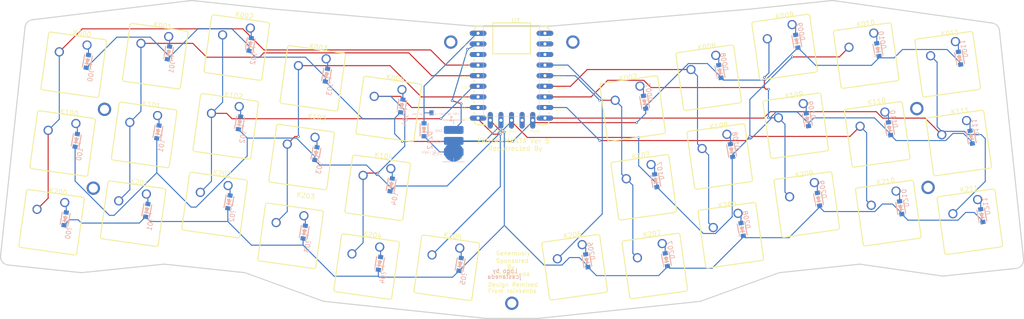
<source format=kicad_pcb>
(kicad_pcb (version 20221018) (generator pcbnew)
  (layers (0 "F.Cu" signal) (31 "B.Cu" signal) (34 "B.Paste" user) (35 "F.Paste" user) (36 "B.SilkS" user "B.Silkscreen") (37 "F.SilkS" user "F.Silkscreen") (38 "B.Mask" user) (39 "F.Mask" user) (44 "Edge.Cuts" user))
  (net 0 "")
  (net 1 "+5V")
  (net 2 "COL0")
  (net 3 "COL1")
  (net 4 "COL10")
  (net 5 "COL11")
  (net 6 "COL2")
  (net 7 "COL3")
  (net 8 "COL4")
  (net 9 "COL5")
  (net 10 "COL6")
  (net 11 "COL7")
  (net 12 "COL8")
  (net 13 "COL9")
  (net 14 "D111_2")
  (net 15 "D205_2")
  (net 16 "D206_2")
  (net 17 "GND")
  (net 18 "K000_1")
  (net 19 "K001_1")
  (net 20 "K002_1")
  (net 21 "K003_1")
  (net 22 "K004_1")
  (net 23 "K007_1")
  (net 24 "K008_1")
  (net 25 "K009_1")
  (net 26 "K010_1")
  (net 27 "K011_1")
  (net 28 "K100_1")
  (net 29 "K101_1")
  (net 30 "K102_1")
  (net 31 "K103_1")
  (net 32 "K104_1")
  (net 33 "K107_1")
  (net 34 "K108_1")
  (net 35 "K109_1")
  (net 36 "K110_1")
  (net 37 "K200_1")
  (net 38 "K201_1")
  (net 39 "K202_1")
  (net 40 "K203_1")
  (net 41 "K204_1")
  (net 42 "K207_1")
  (net 43 "K208_1")
  (net 44 "K209_1")
  (net 45 "K210_1")
  (net 46 "K211_1")
  (net 47 "RGBLED")
  (net 48 "ROW0")
  (net 49 "ROW1")
  (net 50 "ROW2")
  (net 51 "1_A")
  (footprint "easyeda:RP2040-ZERO_WAVESHARE- W/ GPIO" (layer "F.Cu") (at 135.382 76.708)
    (fp_text reference "U1")
    (fp_text value "RP2040-ZERO_WAVESHARE - with GPIO" hide)
  )
  (footprint "easyeda:CHERRY_MX_100_MILLMAX" (layer "F.Cu") (at 203.327 88.773 8)
    (fp_text reference "K109")
    (fp_text value "100")
  )
  (footprint "easyeda:SOD-123F_L2.8-W1.8-LS3.7-RD" (layer "F.Cu") (at 167.132 83.058 -80)
    (fp_text reference "D007")
    (fp_text value "SM4007PL" hide)
  )
  (footprint "easyeda:SOD-123F_L2.8-W1.8-LS3.7-RD" (layer "F.Cu") (at 169.799 101.854 -80)
    (fp_text reference "D107")
    (fp_text value "SM4007PL" hide)
  )
  (footprint "easyeda:CHERRY_MX_100_MILLMAX" (layer "F.Cu") (at 30.353 74.041 -8)
    (fp_text reference "K000")
    (fp_text value "100")
  )
  (footprint "easyeda:CHERRY_MX_100_MILLMAX" (layer "F.Cu") (at 66.802 88.773 -8)
    (fp_text reference "K102")
    (fp_text value "100")
  )
  (footprint "easyeda:CHERRY_MX_100_MILLMAX" (layer "F.Cu") (at 164.211 84.582 8)
    (fp_text reference "K007")
    (fp_text value "100")
  )
  (footprint "easyeda:CHERRY_MX_100_MILLMAX" (layer "F.Cu") (at 44.577 109.728 -8)
    (fp_text reference "K201")
    (fp_text value "100")
  )
  (footprint "easyeda:CHERRY_MX_100_MILLMAX" (layer "F.Cu") (at 27.686 92.837 -8)
    (fp_text reference "K100")
    (fp_text value "100")
  )
  (footprint "easyeda:SOD-123F_L2.8-W1.8-LS3.7-RD" (layer "F.Cu") (at 85.598 114.173 -100)
    (fp_text reference "D203")
    (fp_text value "SM4007PL" hide)
  )
  (footprint "easyeda:CHERRY_MX_100_MILLMAX" (layer "F.Cu") (at 82.296 114.935 -8)
    (fp_text reference "K203")
    (fp_text value "100")
  )
  (footprint "easyeda:SOD-123F_L2.8-W1.8-LS3.7-RD" (layer "F.Cu") (at 228.473 108.331 -80)
    (fp_text reference "D210")
    (fp_text value "SM4007PL" hide)
  )
  (footprint "easyeda:SOD-123F_L2.8-W1.8-LS3.7-RD" (layer "F.Cu") (at 106.426 102.87 -100)
    (fp_text reference "D104")
    (fp_text value "SM4007PL" hide)
  )
  (footprint "easyeda:CHERRY_MX_100_MILLMAX" (layer "F.Cu") (at 222.885 90.805 8)
    (fp_text reference "K110")
    (fp_text value "100")
  )
  (footprint "easyeda:SOD-123F_L2.8-W1.8-LS3.7-RD" (layer "F.Cu") (at 247.904 110.236 -80)
    (fp_text reference "D211")
    (fp_text value "SM4007PL" hide)
  )
  (footprint "easyeda:CHERRY_MX_100_MILLMAX" (layer "F.Cu") (at 169.545 122.301 8)
    (fp_text reference "K207")
    (fp_text value "100")
  )
  (footprint "easyeda:SOD-123F_L2.8-W1.8-LS3.7-RD" (layer "F.Cu") (at 203.581 68.453 -80)
    (fp_text reference "D009")
    (fp_text value "SM4007PL" hide)
  )
  (footprint "easyeda:CHERRY_MX_100_MILLMAX" (layer "F.Cu") (at 49.911 72.009 -8)
    (fp_text reference "K001")
    (fp_text value "100")
  )
  (footprint "easyeda:CHERRY_MX_100_MILLMAX" (layer "F.Cu") (at 25.019 111.76 -8)
    (fp_text reference "K200")
    (fp_text value "100")
  )
  (footprint "easyeda:CHERRY_MX_100_MILLMAX" (layer "F.Cu") (at 182.372 77.216 8)
    (fp_text reference "K008")
    (fp_text value "100")
  )
  (footprint "easyeda:SOD-123F_L2.8-W1.8-LS3.7-RD" (layer "F.Cu") (at 90.932 76.581 -100)
    (fp_text reference "D003")
    (fp_text value "SM4007PL" hide)
  )
  (footprint "easyeda:SOD-123F_L2.8-W1.8-LS3.7-RD" (layer "F.Cu") (at 72.644 69.215 -100)
    (fp_text reference "D002")
    (fp_text value "SM4007PL" hide)
  )
  (footprint "easyeda:CHERRY_MX_100_MILLMAX" (layer "F.Cu") (at 150.368 122.555 8)
    (fp_text reference "K206")
    (fp_text value "100")
  )
  (footprint "easyeda:LEDSTRIP-3P" (layer "F.Cu") (at 121.412 92.329)
    (fp_text reference "1")
    (fp_text value "Sacrifical pixel" hide)
  )
  (footprint "easyeda:CHERRY_MX_100_MILLMAX" (layer "F.Cu") (at 220.218 71.882 8)
    (fp_text reference "K010")
    (fp_text value "100")
  )
  (footprint "easyeda:CHERRY_MX_100_MILLMAX" (layer "F.Cu") (at 225.552 109.728 8)
    (fp_text reference "K210")
    (fp_text value "100")
  )
  (footprint "easyeda:SOD-123F_L2.8-W1.8-LS3.7-RD" (layer "F.Cu") (at 28.321 110.998 -100)
    (fp_text reference "D200")
    (fp_text value "SM4007PL" hide)
  )
  (footprint "easyeda:CHERRY_MX_100_MILLMAX" (layer "F.Cu") (at 166.878 103.378 8)
    (fp_text reference "K107")
    (fp_text value "100")
  )
  (footprint "easyeda:CHERRY_MX_100_MILLMAX" (layer "F.Cu") (at 105.791 84.709 -8)
    (fp_text reference "K004")
    (fp_text value "100")
  )
  (footprint "easyeda:CHERRY_MX_100_MILLMAX" (layer "F.Cu") (at 47.244 90.932 -8)
    (fp_text reference "K101")
    (fp_text value "100")
  )
  (footprint "easyeda:SOD-123F_L2.8-W1.8-LS3.7-RD" (layer "F.Cu") (at 88.392 95.377 -100)
    (fp_text reference "D103")
    (fp_text value "SM4007PL" hide)
  )
  (footprint "easyeda:SOD-123F_L2.8-W1.8-LS3.7-RD" (layer "F.Cu") (at 172.339 120.777 -80)
    (fp_text reference "D207")
    (fp_text value "SM4007PL" hide)
  )
  (footprint "easyeda:SOD-123F_L2.8-W1.8-LS3.7-RD" (layer "F.Cu") (at 223.012 70.485 -80)
    (fp_text reference "D010")
    (fp_text value "SM4007PL" hide)
  )
  (footprint "easyeda:CHERRY_MX_100_MILLMAX" (layer "F.Cu") (at 69.469 69.977 -8)
    (fp_text reference "K002")
    (fp_text value "100")
  )
  (footprint "easyeda:SOD-123F_L2.8-W1.8-LS3.7-RD" (layer "F.Cu") (at 208.788 106.299 -80)
    (fp_text reference "D209")
    (fp_text value "SM4007PL" hide)
  )
  (footprint "easyeda:SOD-123F_L2.8-W1.8-LS3.7-RD" (layer "F.Cu") (at 185.166 75.692 -80)
    (fp_text reference "D008")
    (fp_text value "SM4007PL" hide)
  )
  (footprint "easyeda:SOD-123F_L2.8-W1.8-LS3.7-RD" (layer "F.Cu") (at 153.289 121.031 -80)
    (fp_text reference "D206")
    (fp_text value "SM4007PL" hide)
  )
  (footprint "easyeda:SOD-123F_L2.8-W1.8-LS3.7-RD" (layer "F.Cu") (at 114.3 89.662 -90)
    (fp_text reference "D212")
    (fp_text value "SM4007PL" hide)
  )
  (footprint "easyeda:CHERRY_MX_100_MILLMAX" (layer "F.Cu") (at 119.634 122.682 -8)
    (fp_text reference "K205")
    (fp_text value "100")
  )
  (footprint "easyeda:CHERRY_MX_100_MILLMAX" (layer "F.Cu") (at 200.66 69.85 8)
    (fp_text reference "K009")
    (fp_text value "100")
  )
  (footprint "easyeda:SOD-123F_L2.8-W1.8-LS3.7-RD" (layer "F.Cu") (at 122.936 121.92 -100)
    (fp_text reference "D205")
    (fp_text value "SM4007PL" hide)
  )
  (footprint "easyeda:SOD-123F_L2.8-W1.8-LS3.7-RD" (layer "F.Cu") (at 206.121 87.249 -80)
    (fp_text reference "D109")
    (fp_text value "SM4007PL" hide)
  )
  (footprint "easyeda:CHERRY_MX_100_MILLMAX" (layer "F.Cu") (at 205.994 107.696 8)
    (fp_text reference "K209")
    (fp_text value "100")
  )
  (footprint "easyeda:SOD-123F_L2.8-W1.8-LS3.7-RD" (layer "F.Cu") (at 190.5 113.538 -80)
    (fp_text reference "D208")
    (fp_text value "SM4007PL" hide)
  )
  (footprint "easyeda:CHERRY_MX_100_MILLMAX" (layer "F.Cu") (at 242.443 92.837 8)
    (fp_text reference "K111")
    (fp_text value "100")
  )
  (footprint "easyeda:CHERRY_MX_100_MILLMAX" (layer "F.Cu") (at 84.963 96.139 -8)
    (fp_text reference "K103")
    (fp_text value "100")
  )
  (footprint "easyeda:CHERRY_MX_100_MILLMAX" (layer "F.Cu") (at 185.039 96.139 8)
    (fp_text reference "K108")
    (fp_text value "100")
  )
  (footprint "easyeda:SOD-123F_L2.8-W1.8-LS3.7-RD" (layer "F.Cu") (at 30.988 92.202 -100)
    (fp_text reference "D100")
    (fp_text value "SM4007PL" hide)
  )
  (footprint "easyeda:SOD-123F_L2.8-W1.8-LS3.7-RD" (layer "F.Cu") (at 225.806 89.408 -80)
    (fp_text reference "D110")
    (fp_text value "SM4007PL" hide)
  )
  (footprint "easyeda:SOD-123F_L2.8-W1.8-LS3.7-RD" (layer "F.Cu") (at 33.655 73.279 -100)
    (fp_text reference "D000")
    (fp_text value "SM4007PL" hide)
  )
  (footprint "easyeda:SOD-123F_L2.8-W1.8-LS3.7-RD" (layer "F.Cu") (at 47.879 108.966 -100)
    (fp_text reference "D201")
    (fp_text value "SM4007PL" hide)
  )
  (footprint "easyeda:SOD-123F_L2.8-W1.8-LS3.7-RD" (layer "F.Cu") (at 50.546 90.17 -100)
    (fp_text reference "D101")
    (fp_text value "SM4007PL" hide)
  )
  (footprint "easyeda:CHERRY_MX_100_MILLMAX" (layer "F.Cu") (at 100.457 122.428 -8)
    (fp_text reference "K204")
    (fp_text value "100")
  )
  (footprint "easyeda:SOD-123F_L2.8-W1.8-LS3.7-RD" (layer "F.Cu") (at 103.632 121.666 -100)
    (fp_text reference "D204")
    (fp_text value "SM4007PL" hide)
  )
  (footprint "AutoGenerated:Pad_1.00mm" (layer "F.Cu") (at 116.078 85.598)
    (fp_text reference "")
    (fp_text value "")
  )
  (footprint "easyeda:CHERRY_MX_100_MILLMAX" (layer "F.Cu") (at 103.124 103.632 -8)
    (fp_text reference "K104")
    (fp_text value "100")
  )
  (footprint "easyeda:SOD-123F_L2.8-W1.8-LS3.7-RD" (layer "F.Cu") (at 53.086 71.247 -100)
    (fp_text reference "D001")
    (fp_text value "SM4007PL" hide)
  )
  (footprint "easyeda:SOD-123F_L2.8-W1.8-LS3.7-RD" (layer "F.Cu") (at 67.564 106.934 -100)
    (fp_text reference "D202")
    (fp_text value "SM4007PL" hide)
  )
  (footprint "easyeda:CHERRY_MX_100_MILLMAX" (layer "F.Cu") (at 239.776 73.914 8)
    (fp_text reference "K011")
    (fp_text value "100")
  )
  (footprint "easyeda:SOD-123F_L2.8-W1.8-LS3.7-RD" (layer "F.Cu") (at 242.57 72.517 -80)
    (fp_text reference "D011")
    (fp_text value "SM4007PL" hide)
  )
  (footprint "easyeda:CHERRY_MX_100_MILLMAX" (layer "F.Cu") (at 87.63 77.343 -8)
    (fp_text reference "K003")
    (fp_text value "100")
  )
  (footprint "easyeda:CHERRY_MX_100_MILLMAX" (layer "F.Cu") (at 187.706 115.062 8)
    (fp_text reference "K208")
    (fp_text value "100")
  )
  (footprint "easyeda:SOD-123F_L2.8-W1.8-LS3.7-RD" (layer "F.Cu") (at 187.96 94.615 -80)
    (fp_text reference "D108")
    (fp_text value "SM4007PL" hide)
  )
  (footprint "easyeda:CHERRY_MX_100_MILLMAX" (layer "F.Cu") (at 245.11 111.76 8)
    (fp_text reference "K211")
    (fp_text value "100")
  )
  (footprint "easyeda:SOD-123F_L2.8-W1.8-LS3.7-RD" (layer "F.Cu") (at 70.104 88.011 -100)
    (fp_text reference "D102")
    (fp_text value "SM4007PL" hide)
  )
  (footprint "easyeda:SOD-123F_L2.8-W1.8-LS3.7-RD" (layer "F.Cu") (at 245.364 91.44 -80)
    (fp_text reference "D111")
    (fp_text value "SM4007PL" hide)
  )
  (footprint "easyeda:SOD-123F_L2.8-W1.8-LS3.7-RD" (layer "F.Cu") (at 108.966 83.947 -100)
    (fp_text reference "D004")
    (fp_text value "SM4007PL" hide)
  )
  (footprint "easyeda:CHERRY_MX_100_MILLMAX" (layer "F.Cu") (at 64.135 107.696 -8)
    (fp_text reference "K202")
    (fp_text value "100")
  )
  (gr_arc (start 78.966 88.782) (mid 79.159773 88.452192) (end 79.53 88.356) (stroke (width 0.254)) (layer "F.SilkS"))
  (gr_line (start 217.395 98.599) (end 230.268 96.79) (stroke (width 0.254)) (layer "F.SilkS"))
  (gr_line (start 44.452 64.189) (end 57.326 65.998) (stroke (width 0.254)) (layer "F.SilkS"))
  (gr_arc (start 190.313 82.663) (mid 190.217515 83.03352) (end 189.888 83.228) (stroke (width 0.254)) (layer "F.SilkS"))
  (gr_line (start 188.504 69.79) (end 190.313 82.663) (stroke (width 0.254)) (layer "F.SilkS"))
  (gr_line (start 192.842 64.371) (end 194.651 77.244) (stroke (width 0.254)) (layer "F.SilkS"))
  (gr_line (start 215.021 85.3) (end 216.83 98.174) (stroke (width 0.254)) (layer "F.SilkS"))
  (gr_line (start 127.576 117.255) (end 125.767 130.129) (stroke (width 0.254)) (layer "F.SilkS"))
  (gr_arc (start 175.04 114.461) (mid 175.41052 114.556485) (end 175.605 114.886) (stroke (width 0.254)) (layer "F.SilkS"))
  (gr_line (start 175.066 71.173) (end 187.939 69.364) (stroke (width 0.254)) (layer "F.SilkS"))
  (gr_arc (start 230.971 101.791) (mid 231.341514 101.88648) (end 231.535998 102.215983) (stroke (width 0.254)) (layer "F.SilkS"))
  (gr_arc (start 56.729 113.717) (mid 56.399485 113.52252) (end 56.304 113.152) (stroke (width 0.254)) (layer "F.SilkS"))
  (gr_arc (start 195.616 120.392) (mid 195.520515 120.76252) (end 195.191 120.957) (stroke (width 0.254)) (layer "F.SilkS"))
  (gr_line (start 193.268 63.806) (end 206.141 61.997) (stroke (width 0.254)) (layer "F.SilkS"))
  (gr_line (start 94.516 115.014) (end 92.707 127.887) (stroke (width 0.254)) (layer "F.SilkS"))
  (gr_line (start 157.793 128.618) (end 144.919 130.427) (stroke (width 0.254)) (layer "F.SilkS"))
  (gr_arc (start 71.551 101.663) (mid 71.88051 101.857473) (end 71.976002 102.227983) (stroke (width 0.254)) (layer "F.SilkS"))
  (gr_arc (start 19.058 104.409) (mid 19.251773 104.079192) (end 19.622 103.983) (stroke (width 0.254)) (layer "F.SilkS"))
  (gr_arc (start 76.853 63.934) (mid 77.182808 64.127773) (end 77.279 64.498) (stroke (width 0.254)) (layer "F.SilkS"))
  (gr_line (start 158.813 92.404) (end 171.686 90.595) (stroke (width 0.254)) (layer "F.SilkS"))
  (gr_arc (start 42.504 78.053) (mid 42.174485 77.85852) (end 42.079 77.488) (stroke (width 0.254)) (layer "F.SilkS"))
  (gr_arc (start 252.872 117.155) (mid 252.775808 117.525227) (end 252.446 117.719) (stroke (width 0.254)) (layer "F.SilkS"))
  (gr_line (start 22.274 85.119) (end 35.147 86.928) (stroke (width 0.254)) (layer "F.SilkS"))
  (gr_arc (start 247.57 79.426) (mid 247.473808 79.796227) (end 247.144 79.99) (stroke (width 0.254)) (layer "F.SilkS"))
  (gr_arc (start 80.233 83.355) (mid 79.903485 83.16052) (end 79.808 82.79) (stroke (width 0.254)) (layer "F.SilkS"))
  (gr_arc (start 70.167 115.101) (mid 69.972527 115.43051) (end 69.602017 115.526002) (stroke (width 0.254)) (layer "F.SilkS"))
  (gr_arc (start 217.672 104.165) (mid 217.767485 103.79448) (end 218.097 103.6) (stroke (width 0.254)) (layer "F.SilkS"))
  (gr_arc (start 177.414 127.76) (mid 177.317808 128.130227) (end 176.988 128.324) (stroke (width 0.254)) (layer "F.SilkS"))
  (gr_arc (start 215.021 85.3) (mid 215.117187 84.929779) (end 215.446983 84.736002) (stroke (width 0.254)) (layer "F.SilkS"))
  (gr_arc (start 92.404 90.165) (mid 92.734222 90.359773) (end 92.83 90.731) (stroke (width 0.254)) (layer "F.SilkS"))
  (gr_line (start 179.666 103.902) (end 192.539 102.092) (stroke (width 0.254)) (layer "F.SilkS"))
  (gr_line (start 177.292 90.603) (end 179.101 103.476) (stroke (width 0.254)) (layer "F.SilkS"))
  (gr_line (start 197.867 96.534) (end 210.741 94.725) (stroke (width 0.254)) (layer "F.SilkS"))
  (gr_arc (start 74.931 121.085) (mid 74.600485 120.890935) (end 74.504 120.52) (stroke (width 0.254)) (layer "F.SilkS"))
  (gr_arc (start 217.395 98.599) (mid 217.02448 98.503515) (end 216.83 98.174) (stroke (width 0.254)) (layer "F.SilkS"))
  (gr_line (start 113.712 115.307) (end 111.903 128.18) (stroke (width 0.254)) (layer "F.SilkS"))
  (gr_line (start 209.357 81.287) (end 211.166 94.16) (stroke (width 0.254)) (layer "F.SilkS"))
  (gr_line (start 59.38 94.853) (end 72.254 96.662) (stroke (width 0.254)) (layer "F.SilkS"))
  (gr_arc (start 250.498 103.856) (mid 250.86852 103.951485) (end 251.063 104.281) (stroke (width 0.254)) (layer "F.SilkS"))
  (gr_arc (start 35.147 86.928) (mid 35.476808 87.121773) (end 35.573 87.492) (stroke (width 0.254)) (layer "F.SilkS"))
  (gr_arc (start 230.694 96.225) (mid 230.598515 96.59552) (end 230.269 96.79) (stroke (width 0.254)) (layer "F.SilkS"))
  (gr_line (start 220.046 117.464) (end 232.919 115.655) (stroke (width 0.254)) (layer "F.SilkS"))
  (gr_line (start 76.879 107.221) (end 89.753 109.03) (stroke (width 0.254)) (layer "F.SilkS"))
  (gr_line (start 218.098 103.6) (end 230.971 101.791) (stroke (width 0.254)) (layer "F.SilkS"))
  (gr_arc (start 237.199 106.23) (mid 237.294772 105.858779) (end 237.624983 105.664002) (stroke (width 0.254)) (layer "F.SilkS"))
  (gr_arc (start 53.291 98.301) (mid 53.097227 98.630808) (end 52.727 98.727) (stroke (width 0.254)) (layer "F.SilkS"))
  (gr_line (start 111.031 98.098) (end 109.222 110.971) (stroke (width 0.254)) (layer "F.SilkS"))
  (gr_line (start 180.368 108.903) (end 193.242 107.093) (stroke (width 0.254)) (layer "F.SilkS"))
  (gr_arc (start 36.415 81.501) (mid 36.221227 81.830808) (end 35.851 81.927) (stroke (width 0.254)) (layer "F.SilkS"))
  (gr_arc (start 20.325 98.982) (mid 19.995485 98.78752) (end 19.9 98.417) (stroke (width 0.254)) (layer "F.SilkS"))
  (gr_arc (start 250.221 98.29) (mid 250.125515 98.66052) (end 249.796 98.855) (stroke (width 0.254)) (layer "F.SilkS"))
  (gr_arc (start 39.853 96.917) (mid 39.523192 96.723227) (end 39.427 96.353) (stroke (width 0.254)) (layer "F.SilkS"))
  (gr_arc (start 236.922 100.664) (mid 236.551779 100.567813) (end 236.358002 100.238017) (stroke (width 0.254)) (layer "F.SilkS"))
  (gr_line (start 24.925 66.254) (end 37.799 68.063) (stroke (width 0.254)) (layer "F.SilkS"))
  (gr_arc (start 74.202 82.798) (mid 74.531808 82.991773) (end 74.628 83.362) (stroke (width 0.254)) (layer "F.SilkS"))
  (gr_line (start 159.09 97.97) (end 160.899 110.843) (stroke (width 0.254)) (layer "F.SilkS"))
  (gr_arc (start 93.671 84.739) (mid 93.47652 85.068515) (end 93.106 85.164) (stroke (width 0.254)) (layer "F.SilkS"))
  (gr_line (start 82.182 69.492) (end 95.055 71.301) (stroke (width 0.254)) (layer "F.SilkS"))
  (gr_line (start 39.853 96.917) (end 52.726 98.727) (stroke (width 0.254)) (layer "F.SilkS"))
  (gr_arc (start 156.439 79.105) (mid 156.535192 78.734773) (end 156.865 78.541) (stroke (width 0.254)) (layer "F.SilkS"))
  (gr_line (start 236.922 100.664) (end 249.796 98.855) (stroke (width 0.254)) (layer "F.SilkS"))
  (gr_line (start 234.548 87.365) (end 236.357 100.239) (stroke (width 0.254)) (layer "F.SilkS"))
  (gr_line (start 195.919 82.671) (end 208.792 80.861) (stroke (width 0.254)) (layer "F.SilkS"))
  (gr_arc (start 161.464 111.269) (mid 161.09348 111.173515) (end 160.899 110.844) (stroke (width 0.254)) (layer "F.SilkS"))
  (gr_arc (start 247.847 84.991) (mid 248.21752 85.086485) (end 248.412 85.416) (stroke (width 0.254)) (layer "F.SilkS"))
  (gr_arc (start 99.819 77.285) (mid 100.012773 76.955192) (end 100.383 76.859) (stroke (width 0.254)) (layer "F.SilkS"))
  (gr_arc (start 197.867 96.534) (mid 197.496773 96.437808) (end 197.303 96.108) (stroke (width 0.254)) (layer "F.SilkS"))
  (gr_arc (start 213.818 113.025) (mid 213.721515 113.395935) (end 213.391 113.59) (stroke (width 0.254)) (layer "F.SilkS"))
  (gr_arc (start 91.02 103.604) (mid 90.825527 103.93351) (end 90.455017 104.029002) (stroke (width 0.254)) (layer "F.SilkS"))
  (gr_arc (start 107.954 116.397) (mid 108.284526 116.59108) (end 108.380995 116.962035) (stroke (width 0.254)) (layer "F.SilkS"))
  (gr_line (start 32.922 106.357) (end 31.112 119.231) (stroke (width 0.254)) (layer "F.SilkS"))
  (gr_arc (start 158.813 92.404) (mid 158.44248 92.308515) (end 158.248 91.979) (stroke (width 0.254)) (layer "F.SilkS"))
  (gr_arc (start 55.942 79.437) (mid 55.74752 79.766515) (end 55.377 79.862) (stroke (width 0.254)) (layer "F.SilkS"))
  (gr_arc (start 192.842 64.371) (mid 192.937485 64.00048) (end 193.267 63.806) (stroke (width 0.254)) (layer "F.SilkS"))
  (gr_line (start 19.058 104.409) (end 17.249 117.282) (stroke (width 0.254)) (layer "F.SilkS"))
  (gr_arc (start 174.64 71.738) (mid 174.735778 71.366773) (end 175.066 71.172) (stroke (width 0.254)) (layer "F.SilkS"))
  (gr_arc (start 17.674 117.847) (mid 17.344485 117.65252) (end 17.249 117.282) (stroke (width 0.254)) (layer "F.SilkS"))
  (gr_line (start 164.115 130.134) (end 176.989 128.324) (stroke (width 0.254)) (layer "F.SilkS"))
  (gr_arc (start 174.763 108.895) (mid 174.667515 109.26552) (end 174.338 109.46) (stroke (width 0.254)) (layer "F.SilkS"))
  (gr_line (start 198.145 102.1) (end 199.954 114.973) (stroke (width 0.254)) (layer "F.SilkS"))
  (gr_line (start 245.761 66.552) (end 247.57 79.426) (stroke (width 0.254)) (layer "F.SilkS"))
  (gr_line (start 62.031 75.988) (end 74.905 77.797) (stroke (width 0.254)) (layer "F.SilkS"))
  (gr_line (start 97.732 95.724) (end 110.606 97.533) (stroke (width 0.254)) (layer "F.SilkS"))
  (gr_arc (start 125.767 130.129) (mid 125.57252 130.458515) (end 125.202 130.554) (stroke (width 0.254)) (layer "F.SilkS"))
  (gr_line (start 198.57 101.535) (end 211.444 99.726) (stroke (width 0.254)) (layer "F.SilkS"))
  (gr_line (start 22.977 80.118) (end 35.85 81.927) (stroke (width 0.254)) (layer "F.SilkS"))
  (gr_arc (start 159.09 97.97) (mid 159.185485 97.59948) (end 159.515 97.405) (stroke (width 0.254)) (layer "F.SilkS"))
  (gr_arc (start 179.666 103.902) (mid 179.295486 103.80652) (end 179.101002 103.477017) (stroke (width 0.254)) (layer "F.SilkS"))
  (gr_line (start 175.605 114.886) (end 177.414 127.76) (stroke (width 0.254)) (layer "F.SilkS"))
  (gr_arc (start 37.799 68.063) (mid 38.128515 68.25748) (end 38.224 68.628) (stroke (width 0.254)) (layer "F.SilkS"))
  (gr_line (start 142.545 117.128) (end 144.354 130.001) (stroke (width 0.254)) (layer "F.SilkS"))
  (gr_line (start 177.014 85.037) (end 189.888 83.228) (stroke (width 0.254)) (layer "F.SilkS"))
  (gr_line (start 38.585 102.344) (end 36.776 115.217) (stroke (width 0.254)) (layer "F.SilkS"))
  (gr_arc (start 81.617 69.917) (mid 81.811473 69.58749) (end 82.181983 69.491998) (stroke (width 0.254)) (layer "F.SilkS"))
  (gr_arc (start 54.675 84.863) (mid 55.004515 85.05748) (end 55.1 85.428) (stroke (width 0.254)) (layer "F.SilkS"))
  (gr_arc (start 75.47 77.372) (mid 75.275506 77.701526) (end 74.904965 77.796995) (stroke (width 0.254)) (layer "F.SilkS"))
  (gr_arc (start 192.965 101.528) (mid 192.868515 101.898935) (end 192.538 102.093) (stroke (width 0.254)) (layer "F.SilkS"))
  (gr_arc (start 63.415 62.55) (mid 63.608773 62.220192) (end 63.979 62.124) (stroke (width 0.254)) (layer "F.SilkS"))
  (gr_arc (start 211.444 99.726) (mid 211.814227 99.822192) (end 212.008 100.152) (stroke (width 0.254)) (layer "F.SilkS"))
  (gr_line (start 239.573 119.529) (end 252.447 117.719) (stroke (width 0.254)) (layer "F.SilkS"))
  (gr_arc (start 57.326 65.998) (mid 57.656222 66.192773) (end 57.752 66.564) (stroke (width 0.254)) (layer "F.SilkS"))
  (gr_line (start 17.674 117.847) (end 30.548 119.656) (stroke (width 0.254)) (layer "F.SilkS"))
  (gr_arc (start 22.977 80.118) (mid 22.647197 79.924234) (end 22.550998 79.554017) (stroke (width 0.254)) (layer "F.SilkS"))
  (gr_line (start 63.98 62.124) (end 76.853 63.934) (stroke (width 0.254)) (layer "F.SilkS"))
  (gr_arc (start 187.939 69.364) (mid 188.309514 69.45948) (end 188.503998 69.788983) (stroke (width 0.254)) (layer "F.SilkS"))
  (gr_arc (start 214.743 79.735) (mid 214.372065 79.638515) (end 214.178 79.308) (stroke (width 0.254)) (layer "F.SilkS"))
  (gr_arc (start 33.764 100.366) (mid 33.569527 100.69551) (end 33.199017 100.791002) (stroke (width 0.254)) (layer "F.SilkS"))
  (gr_line (start 228.885 83.352) (end 230.694 96.225) (stroke (width 0.254)) (layer "F.SilkS"))
  (gr_line (start 125.202 130.554) (end 112.328 128.745) (stroke (width 0.254)) (layer "F.SilkS"))
  (gr_arc (start 206.141 61.997) (mid 206.51152 62.092485) (end 206.706 62.422) (stroke (width 0.254)) (layer "F.SilkS"))
  (gr_arc (start 161.741 116.835) (mid 161.836495 116.464465) (end 162.166035 116.269995) (stroke (width 0.254)) (layer "F.SilkS"))
  (gr_line (start 100.383 76.859) (end 113.257 78.668) (stroke (width 0.254)) (layer "F.SilkS"))
  (gr_line (start 156.439 79.105) (end 158.248 91.979) (stroke (width 0.254)) (layer "F.SilkS"))
  (gr_arc (start 110.606 97.533) (mid 110.93551 97.727473) (end 111.031002 98.097983) (stroke (width 0.254)) (layer "F.SilkS"))
  (gr_line (start 214.743 79.735) (end 227.617 77.925) (stroke (width 0.254)) (layer "F.SilkS"))
  (gr_line (start 200.519 115.399) (end 213.392 113.59) (stroke (width 0.254)) (layer "F.SilkS"))
  (gr_line (start 161.741 116.835) (end 163.55 129.708) (stroke (width 0.254)) (layer "F.SilkS"))
  (gr_line (start 232.322 67.936) (end 245.196 66.127) (stroke (width 0.254)) (layer "F.SilkS"))
  (gr_line (start 20.325 98.982) (end 33.199 100.792) (stroke (width 0.254)) (layer "F.SilkS"))
  (gr_arc (start 169.738 76.731) (mid 170.108935 76.827485) (end 170.303 77.158) (stroke (width 0.254)) (layer "F.SilkS"))
  (gr_arc (start 60.764 81.414) (mid 60.958473 81.08449) (end 61.328983 80.988998) (stroke (width 0.254)) (layer "F.SilkS"))
  (gr_line (start 234.974 86.8) (end 247.847 84.991) (stroke (width 0.254)) (layer "F.SilkS"))
  (gr_arc (start 239.573 119.529) (mid 239.202773 119.432808) (end 239.009 119.103) (stroke (width 0.254)) (layer "F.SilkS"))
  (gr_arc (start 41.237 83.479) (mid 41.43148 83.149485) (end 41.802 83.054) (stroke (width 0.254)) (layer "F.SilkS"))
  (gr_arc (start 94.516 115.014) (mid 94.709773 114.684192) (end 95.08 114.588) (stroke (width 0.254)) (layer "F.SilkS"))
  (gr_arc (start 211.166 94.16) (mid 211.070515 94.53052) (end 210.741 94.725) (stroke (width 0.254)) (layer "F.SilkS"))
  (gr_line (start 58.677 99.853) (end 71.551 101.663) (stroke (width 0.254)) (layer "F.SilkS"))
  (gr_line (start 97.167 96.149) (end 95.358 109.023) (stroke (width 0.254)) (layer "F.SilkS"))
  (gr_line (start 195.216 77.67) (end 208.09 75.86) (stroke (width 0.254)) (layer "F.SilkS"))
  (gr_line (start 182.317 122.766) (end 195.19 120.957) (stroke (width 0.254)) (layer "F.SilkS"))
  (gr_arc (start 172.389 95.596) (mid 172.759227 95.692192) (end 172.953 96.022) (stroke (width 0.254)) (layer "F.SilkS"))
  (gr_line (start 108.38 116.962) (end 106.571 129.836) (stroke (width 0.254)) (layer "F.SilkS"))
  (gr_arc (start 95.784 109.587) (mid 95.454192 109.393227) (end 95.358 109.023) (stroke (width 0.254)) (layer "F.SilkS"))
  (gr_arc (start 233.345 115.09) (mid 233.248805 115.460231) (end 232.918991 115.654001) (stroke (width 0.254)) (layer "F.SilkS"))
  (gr_line (start 38.224 68.628) (end 36.415 81.501) (stroke (width 0.254)) (layer "F.SilkS"))
  (gr_line (start 212.795 65.871) (end 225.669 64.062) (stroke (width 0.254)) (layer "F.SilkS"))
  (gr_arc (start 62.031 75.988) (mid 61.70149 75.793527) (end 61.605998 75.423017) (stroke (width 0.254)) (layer "F.SilkS"))
  (gr_line (start 195.493 83.235) (end 197.303 96.109) (stroke (width 0.254)) (layer "F.SilkS"))
  (gr_line (start 41.237 83.479) (end 39.427 96.353) (stroke (width 0.254)) (layer "F.SilkS"))
  (gr_arc (start 182.317 122.766) (mid 181.94648 122.670515) (end 181.752 122.341) (stroke (width 0.254)) (layer "F.SilkS"))
  (gr_arc (start 38.585 102.344) (mid 38.778766 102.014197) (end 39.148983 101.917998) (stroke (width 0.254)) (layer "F.SilkS"))
  (gr_line (start 99.819 77.285) (end 98.009 90.158) (stroke (width 0.254)) (layer "F.SilkS"))
  (gr_line (start 162.167 116.27) (end 175.04 114.461) (stroke (width 0.254)) (layer "F.SilkS"))
  (gr_arc (start 142.545 117.128) (mid 142.640485 116.75748) (end 142.97 116.563) (stroke (width 0.254)) (layer "F.SilkS"))
  (gr_arc (start 144.919 130.427) (mid 144.548773 130.330808) (end 144.355 130.001) (stroke (width 0.254)) (layer "F.SilkS"))
  (gr_line (start 81.617 69.917) (end 79.808 82.791) (stroke (width 0.254)) (layer "F.SilkS"))
  (gr_line (start 95.081 114.588) (end 107.954 116.397) (stroke (width 0.254)) (layer "F.SilkS"))
  (gr_arc (start 234.271 81.8) (mid 233.899773 81.704222) (end 233.705 81.374) (stroke (width 0.254)) (layer "F.SilkS"))
  (gr_line (start 217.672 104.165) (end 219.481 117.038) (stroke (width 0.254)) (layer "F.SilkS"))
  (gr_arc (start 31.112 119.231) (mid 30.91752 119.560515) (end 30.547 119.656) (stroke (width 0.254)) (layer "F.SilkS"))
  (gr_line (start 78.966 88.782) (end 77.156 101.655) (stroke (width 0.254)) (layer "F.SilkS"))
  (gr_line (start 127.15 116.691) (end 114.277 114.881) (stroke (width 0.254)) (layer "F.SilkS"))
  (gr_arc (start 109.222 110.971) (mid 109.02752 111.300515) (end 108.657 111.396) (stroke (width 0.254)) (layer "F.SilkS"))
  (gr_arc (start 95.055 71.301) (mid 95.38451 71.495473) (end 95.480002 71.865983) (stroke (width 0.254)) (layer "F.SilkS"))
  (gr_arc (start 212.37 66.436) (mid 212.465485 66.06548) (end 212.795 65.871) (stroke (width 0.254)) (layer "F.SilkS"))
  (gr_arc (start 88.369 122.468) (mid 88.175227 122.797808) (end 87.805 122.894) (stroke (width 0.254)) (layer "F.SilkS"))
  (gr_line (start 155.844 114.754) (end 142.971 116.563) (stroke (width 0.254)) (layer "F.SilkS"))
  (gr_line (start 77.582 102.22) (end 90.455 104.029) (stroke (width 0.254)) (layer "F.SilkS"))
  (gr_arc (start 76.314 107.646) (mid 76.508773 107.315778) (end 76.88 107.22) (stroke (width 0.254)) (layer "F.SilkS"))
  (gr_line (start 113.682 79.233) (end 111.873 92.106) (stroke (width 0.254)) (layer "F.SilkS"))
  (gr_line (start 248.412 85.417) (end 250.221 98.29) (stroke (width 0.254)) (layer "F.SilkS"))
  (gr_arc (start 198.145 102.1) (mid 198.240495 101.729465) (end 198.570035 101.534995) (stroke (width 0.254)) (layer "F.SilkS"))
  (gr_arc (start 245.196 66.127) (mid 245.566227 66.223192) (end 245.76 66.553) (stroke (width 0.254)) (layer "F.SilkS"))
  (gr_arc (start 32.496 105.792) (mid 32.826515 105.986065) (end 32.923 106.357) (stroke (width 0.254)) (layer "F.SilkS"))
  (gr_arc (start 58.113 100.279) (mid 58.30748 99.949485) (end 58.678 99.854) (stroke (width 0.254)) (layer "F.SilkS"))
  (gr_arc (start 172.112 90.031) (mid 172.015515 90.401935) (end 171.685 90.596) (stroke (width 0.254)) (layer "F.SilkS"))
  (gr_arc (start 50.64 117.166) (mid 50.44552 117.495515) (end 50.075 117.591) (stroke (width 0.254)) (layer "F.SilkS"))
  (gr_line (start 237.625 105.665) (end 250.498 103.856) (stroke (width 0.254)) (layer "F.SilkS"))
  (gr_arc (start 208.792 80.861) (mid 209.16252 80.956485) (end 209.357 81.286) (stroke (width 0.254)) (layer "F.SilkS"))
  (gr_line (start 95.784 109.587) (end 108.657 111.397) (stroke (width 0.254)) (layer "F.SilkS"))
  (gr_arc (start 21.709 85.544) (mid 21.90348 85.214485) (end 22.274 85.119) (stroke (width 0.254)) (layer "F.SilkS"))
  (gr_arc (start 106.571 129.836) (mid 106.376527 130.16551) (end 106.006017 130.261002) (stroke (width 0.254)) (layer "F.SilkS"))
  (gr_line (start 179.943 109.467) (end 181.752 122.341) (stroke (width 0.254)) (layer "F.SilkS"))
  (gr_line (start 90.178 109.595) (end 88.369 122.468) (stroke (width 0.254)) (layer "F.SilkS"))
  (gr_arc (start 43.888 64.615) (mid 44.081773 64.285192) (end 44.452 64.189) (stroke (width 0.254)) (layer "F.SilkS"))
  (gr_line (start 79.53 88.356) (end 92.404 90.165) (stroke (width 0.254)) (layer "F.SilkS"))
  (gr_arc (start 93.132 128.452) (mid 92.80249 128.257527) (end 92.706998 127.887017) (stroke (width 0.254)) (layer "F.SilkS"))
  (gr_line (start 170.302 77.157) (end 172.112 90.031) (stroke (width 0.254)) (layer "F.SilkS"))
  (gr_line (start 43.888 64.615) (end 42.079 77.488) (stroke (width 0.254)) (layer "F.SilkS"))
  (gr_line (start 156.409 115.179) (end 158.218 128.053) (stroke (width 0.254)) (layer "F.SilkS"))
  (gr_line (start 177.717 90.038) (end 190.591 88.229) (stroke (width 0.254)) (layer "F.SilkS"))
  (gr_arc (start 112.328 128.745) (mid 111.99849 128.550527) (end 111.902998 128.180017) (stroke (width 0.254)) (layer "F.SilkS"))
  (gr_line (start 95.481 71.866) (end 93.671 84.739) (stroke (width 0.254)) (layer "F.SilkS"))
  (gr_line (start 234.271 81.8) (end 247.144 79.99) (stroke (width 0.254)) (layer "F.SilkS"))
  (gr_arc (start 77.582 102.22) (mid 77.25249 102.025527) (end 77.156998 101.655017) (stroke (width 0.254)) (layer "F.SilkS"))
  (gr_line (start 35.573 87.493) (end 33.764 100.366) (stroke (width 0.254)) (layer "F.SilkS"))
  (gr_arc (start 234.548 87.365) (mid 234.643485 86.99448) (end 234.973 86.8) (stroke (width 0.254)) (layer "F.SilkS"))
  (gr_line (start 237.199 106.23) (end 239.009 119.103) (stroke (width 0.254)) (layer "F.SilkS"))
  (gr_arc (start 195.493 83.235) (mid 195.589485 82.864065) (end 195.92 82.67) (stroke (width 0.254)) (layer "F.SilkS"))
  (gr_line (start 212.008 100.151) (end 213.818 113.025) (stroke (width 0.254)) (layer "F.SilkS"))
  (gr_arc (start 225.669 64.062) (mid 226.039227 64.158192) (end 226.233 64.488) (stroke (width 0.254)) (layer "F.SilkS"))
  (gr_line (start 193.807 107.519) (end 195.616 120.392) (stroke (width 0.254)) (layer "F.SilkS"))
  (gr_arc (start 89.753 109.03) (mid 90.082515 109.22448) (end 90.178 109.595) (stroke (width 0.254)) (layer "F.SilkS"))
  (gr_arc (start 164.115 130.134) (mid 163.744072 130.03752) (end 163.550002 129.707017) (stroke (width 0.254)) (layer "F.SilkS"))
  (gr_line (start 215.446 84.735) (end 228.32 82.926) (stroke (width 0.254)) (layer "F.SilkS"))
  (gr_line (start 19.623 103.983) (end 32.496 105.792) (stroke (width 0.254)) (layer "F.SilkS"))
  (gr_arc (start 177.292 90.603) (mid 177.387485 90.23248) (end 177.717 90.038) (stroke (width 0.254)) (layer "F.SilkS"))
  (gr_arc (start 177.014 85.037) (mid 176.643773 84.940808) (end 176.45 84.611) (stroke (width 0.254)) (layer "F.SilkS"))
  (gr_line (start 231.536 102.216) (end 233.345 115.09) (stroke (width 0.254)) (layer "F.SilkS"))
  (gr_arc (start 111.873 92.106) (mid 111.679227 92.435808) (end 111.309 92.532) (stroke (width 0.254)) (layer "F.SilkS"))
  (gr_line (start 76.314 107.646) (end 74.505 120.52) (stroke (width 0.254)) (layer "F.SilkS"))
  (gr_line (start 57.751 66.563) (end 55.942 79.437) (stroke (width 0.254)) (layer "F.SilkS"))
  (gr_line (start 92.829 90.73) (end 91.02 103.604) (stroke (width 0.254)) (layer "F.SilkS"))
  (gr_line (start 56.729 113.717) (end 69.602 115.526) (stroke (width 0.254)) (layer "F.SilkS"))
  (gr_line (start 206.706 62.422) (end 208.515 75.296) (stroke (width 0.254)) (layer "F.SilkS"))
  (gr_line (start 159.515 97.405) (end 172.389 95.596) (stroke (width 0.254)) (layer "F.SilkS"))
  (gr_arc (start 220.046 117.464) (mid 219.67548 117.368515) (end 219.481 117.039) (stroke (width 0.254)) (layer "F.SilkS"))
  (gr_arc (start 195.216 77.67) (mid 194.845773 77.573808) (end 194.652 77.244) (stroke (width 0.254)) (layer "F.SilkS"))
  (gr_line (start 191.155 88.654) (end 192.965 101.528) (stroke (width 0.254)) (layer "F.SilkS"))
  (gr_line (start 93.132 128.452) (end 106.006 130.261) (stroke (width 0.254)) (layer "F.SilkS"))
  (gr_arc (start 231.897 68.5) (mid 231.993192 68.129773) (end 232.323 67.936) (stroke (width 0.254)) (layer "F.SilkS"))
  (gr_line (start 226.233 64.487) (end 228.042 77.361) (stroke (width 0.254)) (layer "F.SilkS"))
  (gr_line (start 74.628 83.363) (end 72.818 96.236) (stroke (width 0.254)) (layer "F.SilkS"))
  (gr_arc (start 158.218 128.053) (mid 158.121808 128.423227) (end 157.792 128.617) (stroke (width 0.254)) (layer "F.SilkS"))
  (gr_arc (start 228.32 82.926) (mid 228.690242 83.022202) (end 228.884005 83.352035) (stroke (width 0.254)) (layer "F.SilkS"))
  (gr_arc (start 155.844 114.754) (mid 156.21452 114.849485) (end 156.409 115.179) (stroke (width 0.254)) (layer "F.SilkS"))
  (gr_line (start 63.415 62.55) (end 61.606 75.423) (stroke (width 0.254)) (layer "F.SilkS"))
  (gr_arc (start 228.042 77.361) (mid 227.945808 77.731227) (end 227.616 77.925) (stroke (width 0.254)) (layer "F.SilkS"))
  (gr_line (start 58.113 100.279) (end 56.303 113.152) (stroke (width 0.254)) (layer "F.SilkS"))
  (gr_arc (start 72.818 96.236) (mid 72.624227 96.565808) (end 72.254 96.662) (stroke (width 0.254)) (layer "F.SilkS"))
  (gr_line (start 74.931 121.085) (end 87.804 122.894) (stroke (width 0.254)) (layer "F.SilkS"))
  (gr_arc (start 59.38 94.853) (mid 59.049778 94.658227) (end 58.954 94.287) (stroke (width 0.254)) (layer "F.SilkS"))
  (gr_arc (start 193.242 107.093) (mid 193.612227 107.189192) (end 193.806 107.519) (stroke (width 0.254)) (layer "F.SilkS"))
  (gr_arc (start 24.36 66.68) (mid 24.554059 66.34949) (end 24.924983 66.252998) (stroke (width 0.254)) (layer "F.SilkS"))
  (gr_arc (start 97.167 96.149) (mid 97.361773 95.818778) (end 97.733 95.723) (stroke (width 0.254)) (layer "F.SilkS"))
  (gr_line (start 41.801 83.054) (end 54.675 84.863) (stroke (width 0.254)) (layer "F.SilkS"))
  (gr_line (start 251.063 104.281) (end 252.872 117.155) (stroke (width 0.254)) (layer "F.SilkS"))
  (gr_arc (start 98.435 90.723) (mid 98.105485 90.52852) (end 98.01 90.158) (stroke (width 0.254)) (layer "F.SilkS"))
  (gr_arc (start 113.712 115.307) (mid 113.905773 114.977192) (end 114.276 114.881) (stroke (width 0.254)) (layer "F.SilkS"))
  (gr_arc (start 37.202 115.782) (mid 36.872192 115.588227) (end 36.776 115.218) (stroke (width 0.254)) (layer "F.SilkS"))
  (gr_line (start 174.64 71.738) (end 176.45 84.612) (stroke (width 0.254)) (layer "F.SilkS"))
  (gr_arc (start 190.591 88.229) (mid 190.961227 88.325192) (end 191.155 88.655) (stroke (width 0.254)) (layer "F.SilkS"))
  (gr_arc (start 127.15 116.691) (mid 127.479808 116.884773) (end 127.576 117.255) (stroke (width 0.254)) (layer "F.SilkS"))
  (gr_line (start 161.464 111.269) (end 174.337 109.46) (stroke (width 0.254)) (layer "F.SilkS"))
  (gr_line (start 77.279 64.498) (end 75.47 77.372) (stroke (width 0.254)) (layer "F.SilkS"))
  (gr_line (start 39.15 101.918) (end 52.023 103.728) (stroke (width 0.254)) (layer "F.SilkS"))
  (gr_line (start 37.202 115.782) (end 50.075 117.591) (stroke (width 0.254)) (layer "F.SilkS"))
  (gr_line (start 24.36 66.68) (end 22.551 79.553) (stroke (width 0.254)) (layer "F.SilkS"))
  (gr_line (start 21.709 85.544) (end 19.9 98.418) (stroke (width 0.254)) (layer "F.SilkS"))
  (gr_arc (start 208.515 75.296) (mid 208.418808 75.666227) (end 208.089 75.86) (stroke (width 0.254)) (layer "F.SilkS"))
  (gr_line (start 42.504 78.053) (end 55.378 79.862) (stroke (width 0.254)) (layer "F.SilkS"))
  (gr_arc (start 113.257 78.668) (mid 113.586515 78.86248) (end 113.682 79.233) (stroke (width 0.254)) (layer "F.SilkS"))
  (gr_line (start 60.764 81.414) (end 58.955 94.288) (stroke (width 0.254)) (layer "F.SilkS"))
  (gr_line (start 156.864 78.541) (end 169.738 76.731) (stroke (width 0.254)) (layer "F.SilkS"))
  (gr_line (start 55.1 85.428) (end 53.291 98.301) (stroke (width 0.254)) (layer "F.SilkS"))
  (gr_arc (start 52.023 103.728) (mid 52.352808 103.921773) (end 52.449 104.292) (stroke (width 0.254)) (layer "F.SilkS"))
  (gr_line (start 231.897 68.5) (end 233.706 81.374) (stroke (width 0.254)) (layer "F.SilkS"))
  (gr_line (start 80.233 83.355) (end 93.107 85.165) (stroke (width 0.254)) (layer "F.SilkS"))
  (gr_line (start 172.954 96.022) (end 174.763 108.895) (stroke (width 0.254)) (layer "F.SilkS"))
  (gr_arc (start 179.943 109.467) (mid 180.039192 109.096773) (end 180.369 108.903) (stroke (width 0.254)) (layer "F.SilkS"))
  (gr_line (start 71.976 102.227) (end 70.167 115.101) (stroke (width 0.254)) (layer "F.SilkS"))
  (gr_arc (start 200.519 115.399) (mid 200.148486 115.30352) (end 199.954002 114.974017) (stroke (width 0.254)) (layer "F.SilkS"))
  (gr_line (start 98.435 90.723) (end 111.308 92.532) (stroke (width 0.254)) (layer "F.SilkS"))
  (gr_line (start 212.37 66.436) (end 214.179 79.309) (stroke (width 0.254)) (layer "F.SilkS"))
  (gr_line (start 52.449 104.292) (end 50.64 117.166) (stroke (width 0.254)) (layer "F.SilkS"))
  (gr_line (start 61.329 80.989) (end 74.202 82.798) (stroke (width 0.254)) (layer "F.SilkS"))
  (gr_arc (start 32.411 123.871) (mid 32.199513 123.881801) (end 31.988041 123.870693) (stroke (width 0.254)) (layer "Edge.Cuts"))
  (gr_arc (start 78.077 60.737) (mid 78.05675 60.735181) (end 78.036519 60.733162) (stroke (width 0.254)) (layer "Edge.Cuts"))
  (gr_line (start 51.844 121.868) (end 32.411 123.871) (stroke (width 0.254)) (layer "Edge.Cuts"))
  (gr_arc (start 18.72 65.118) (mid 19.297837 63.898841) (end 20.508893 63.304208) (stroke (width 0.254)) (layer "Edge.Cuts"))
  (gr_arc (start 90.489 130.777) (mid 90.242616 130.735634) (end 90.003109 130.664551) (stroke (width 0.254)) (layer "Edge.Cuts"))
  (gr_arc (start 211.901 58.713) (mid 212.151268 58.702228) (end 212.400977 58.722104) (stroke (width 0.254)) (layer "Edge.Cuts"))
  (gr_arc (start 58.031 58.757) (mid 58.606617 58.719955) (end 59.182747 58.747912) (stroke (width 0.254)) (layer "Edge.Cuts"))
  (gr_poly (pts (xy 128.524 86.487) (xy 141.986 86.487) (xy 141.986 64.77) (xy 141.859 64.643) (xy 128.524 64.643) (xy 128.524 64.897)) (stroke (width 0.1)) (fill none) (layer "Edge.Cuts"))
  (gr_line (start 71.156 123.867) (end 52.27 121.869) (stroke (width 0.254)) (layer "Edge.Cuts"))
  (gr_arc (start 51.844 121.868) (mid 52.056613 121.8572) (end 52.269197 121.868543) (stroke (width 0.254)) (layer "Edge.Cuts"))
  (gr_arc (start 14.688 122.06) (mid 13.309211 121.311195) (end 12.865504 119.806239) (stroke (width 0.254)) (layer "Edge.Cuts"))
  (gr_line (start 129.028 134.835) (end 90.489 130.778) (stroke (width 0.254)) (layer "Edge.Cuts"))
  (gr_arc (start 144.784 64.821) (mid 144.696921 64.826561) (end 144.609685 64.828407) (stroke (width 0.254)) (layer "Edge.Cuts"))
  (gr_arc (start 250.388 64.094) (mid 251.57456 64.698997) (end 252.137751 65.905961) (stroke (width 0.254)) (layer "Edge.Cuts"))
  (gr_line (start 252.137 65.907) (end 257.899 120.626) (stroke (width 0.254)) (layer "Edge.Cuts"))
  (gr_arc (start 218.448 121.873) (mid 218.702159 121.862054) (end 218.955713 121.882713) (stroke (width 0.254)) (layer "Edge.Cuts"))
  (gr_line (start 12.865 119.806) (end 18.719 65.118) (stroke (width 0.254)) (layer "Edge.Cuts"))
  (gr_arc (start 199.12 123.979) (mid 199.35905 123.908146) (end 199.604943 123.866888) (stroke (width 0.254)) (layer "Edge.Cuts"))
  (gr_arc (start 192.622 60.733) (mid 192.602499 60.734955) (end 192.582981 60.736724) (stroke (width 0.254)) (layer "Edge.Cuts"))
  (gr_arc (start 129.243 134.846) (mid 129.13569 134.843185) (end 129.028675 134.834749) (stroke (width 0.254)) (layer "Edge.Cuts"))
  (gr_arc (start 257.899 120.626) (mid 257.45363 122.128793) (end 256.075863 122.876119) (stroke (width 0.254)) (layer "Edge.Cuts"))
  (gr_arc (start 180.758 130.665) (mid 180.518316 130.736085) (end 180.271755 130.777432) (stroke (width 0.254)) (layer "Edge.Cuts"))
  (gr_arc (start 71.156 123.866) (mid 71.401994 123.907379) (end 71.64113 123.978366) (stroke (width 0.254)) (layer "Edge.Cuts"))
  (gr_line (start 125.977 64.821) (end 78.077 60.737) (stroke (width 0.254)) (layer "Edge.Cuts"))
  (gr_line (start 126.151 64.829) (end 144.61 64.829) (stroke (width 0.254)) (layer "Edge.Cuts"))
  (gr_line (start 218.447 121.873) (end 199.605 123.867) (stroke (width 0.254)) (layer "Edge.Cuts"))
  (gr_arc (start 126.151 64.829) (mid 126.063935 64.827149) (end 125.977028 64.821597) (stroke (width 0.254)) (layer "Edge.Cuts"))
  (gr_line (start 211.901 58.713) (end 192.621 60.733) (stroke (width 0.254)) (layer "Edge.Cuts"))
  (gr_line (start 212.401 58.722) (end 250.388 64.094) (stroke (width 0.254)) (layer "Edge.Cuts"))
  (gr_line (start 78.037 60.733) (end 59.183 58.748) (stroke (width 0.254)) (layer "Edge.Cuts"))
  (gr_line (start 192.582 60.737) (end 144.784 64.821) (stroke (width 0.254)) (layer "Edge.Cuts"))
  (gr_line (start 199.12 123.979) (end 180.758 130.665) (stroke (width 0.254)) (layer "Edge.Cuts"))
  (gr_arc (start 141.73 134.835) (mid 141.622989 134.84347) (end 141.515681 134.84632) (stroke (width 0.254)) (layer "Edge.Cuts"))
  (gr_line (start 256.076 122.876) (end 238.815 124.684) (stroke (width 0.254)) (layer "Edge.Cuts"))
  (gr_arc (start 238.815 124.685) (mid 238.561787 124.695711) (end 238.30919 124.675067) (stroke (width 0.254)) (layer "Edge.Cuts"))
  (gr_line (start 141.515 134.846) (end 129.243 134.846) (stroke (width 0.254)) (layer "Edge.Cuts"))
  (gr_line (start 180.272 130.778) (end 141.73 134.835) (stroke (width 0.254)) (layer "Edge.Cuts"))
  (gr_line (start 90.003 130.665) (end 71.641 123.979) (stroke (width 0.254)) (layer "Edge.Cuts"))
  (gr_line (start 20.509 63.304) (end 58.031 58.757) (stroke (width 0.254)) (layer "Edge.Cuts"))
  (gr_line (start 31.988 123.871) (end 14.688 122.06) (stroke (width 0.254)) (layer "Edge.Cuts"))
  (gr_line (start 238.31 124.675) (end 218.955 121.883) (stroke (width 0.254)) (layer "Edge.Cuts"))
  (gr_text "+4.3V Logic" (at 118.872 94.996) (layer "B.SilkS") (effects (font (size 0.56 0.56) (thickness 0.06)) (justify left mirror)))
  (gr_text "+5V to Non-sacrificial led" (at 122.936 85.852) (layer "B.SilkS") (effects (font (size 0.56 0.56) (thickness 0.06)) (justify left mirror)))
  (gr_text "jcastaneda" (at 137.668 124.841) (layer "B.SilkS") (effects (font (size 1 1) (thickness 0.152)) (justify left mirror)))
  (gr_text "+4.3V" (at 118.745 95.504) (layer "B.SilkS") (effects (font (size 0.56 0.56) (thickness 0.06)) (justify left mirror)))
  (gr_text "GND" (at 118.745 89.916) (layer "B.SilkS") (effects (font (size 0.56 0.56) (thickness 0.06)) (justify left mirror)))
  (gr_text "Logo by" (at 136.779 123.444) (layer "B.SilkS") (effects (font (size 1 1) (thickness 0.152)) (justify left mirror)))
  (gr_text "RGBLED" (at 118.872 92.583) (layer "B.SilkS") (effects (font (size 0.56 0.56) (thickness 0.06)) (justify left mirror)))
  (gr_text "1" (at 145.796 69.596) (layer "F.SilkS") (effects (font (size 0.56 0.56) (thickness 0.06)) (justify left)))
  (gr_text "ROW1" (at 134.62 90.043) (layer "F.SilkS") (effects (font (size 0.56 0.56) (thickness 0.06)) (justify left)))
  (gr_text "0" (at 145.796 67.056) (layer "F.SilkS") (effects (font (size 0.56 0.56) (thickness 0.06)) (justify left)))
  (gr_text "Generously" (at 131.445 119.253) (layer "F.SilkS") (effects (font (size 1 1) (thickness 0.152)) (justify left)))
  (gr_text "ROW0" (at 139.7 90.043) (layer "F.SilkS") (effects (font (size 0.56 0.56) (thickness 0.06)) (justify left)))
  (gr_text "Resurrected By" (at 129.54 94.107) (layer "F.SilkS") (effects (font (size 1.143 1.143) (thickness 0.152)) (justify left)))
  (gr_text "ROW2" (at 129.413 90.043) (layer "F.SilkS") (effects (font (size 0.56 0.56) (thickness 0.06)) (justify left)))
  (gr_text "2" (at 145.796 72.136) (layer "F.SilkS") (effects (font (size 0.56 0.56) (thickness 0.06)) (justify left)))
  (gr_text "COL4" (at 123.19 84.582) (layer "F.SilkS") (effects (font (size 0.56 0.56) (thickness 0.06)) (justify left)))
  (gr_text "COL8" (at 145.796 79.756) (layer "F.SilkS") (effects (font (size 0.56 0.56) (thickness 0.06)) (justify left)))
  (gr_text "COL9" (at 145.796 82.296) (layer "F.SilkS") (effects (font (size 0.56 0.56) (thickness 0.06)) (justify left)))
  (gr_text "By" (at 134.112 122.555) (layer "F.SilkS") (effects (font (size 1 1) (thickness 0.152)) (justify left)))
  (gr_text "COL6" (at 145.796 74.676) (layer "F.SilkS") (effects (font (size 0.56 0.56) (thickness 0.06)) (justify left)))
  (gr_text "20" (at 123.952 71.882) (layer "F.SilkS") (effects (font (size 0.56 0.56) (thickness 0.06)) (justify left)))
  (gr_text "COL11" (at 145.796 87.376) (layer "F.SilkS") (effects (font (size 0.56 0.56) (thickness 0.06)) (justify left)))
  (gr_text "COL0" (at 123.19 74.422) (layer "F.SilkS") (effects (font (size 0.56 0.56) (thickness 0.06)) (justify left)))
  (gr_text "FANTA-MANTA Ver 5" (at 127 92.329) (layer "F.SilkS") (effects (font (size 1.143 1.143) (thickness 0.152)) (justify left)))
  (gr_text "Design Remixed" (at 129.54 126.746) (layer "F.SilkS") (effects (font (size 1 1) (thickness 0.152)) (justify left)))
  (gr_text "COL1" (at 123.19 77.089) (layer "F.SilkS") (effects (font (size 0.56 0.56) (thickness 0.06)) (justify left)))
  (gr_text "From rainkeebs" (at 129.54 128.27) (layer "F.SilkS") (effects (font (size 1 1) (thickness 0.152)) (justify left)))
  (gr_text "COL2" (at 123.19 79.502) (layer "F.SilkS") (effects (font (size 0.56 0.56) (thickness 0.06)) (justify left)))
  (gr_text "+5V" (at 123.571 66.802) (layer "F.SilkS") (effects (font (size 0.56 0.56) (thickness 0.06)) (justify left)))
  (gr_text "jcastaneda" (at 131.445 124.206) (layer "F.SilkS") (effects (font (size 1 1) (thickness 0.152)) (justify left)))
  (gr_text "COL7" (at 145.796 77.089) (layer "F.SilkS") (effects (font (size 0.56 0.56) (thickness 0.06)) (justify left)))
  (gr_text "COL10" (at 145.796 84.836) (layer "F.SilkS") (effects (font (size 0.56 0.56) (thickness 0.06)) (justify left)))
  (gr_text "COL3" (at 123.19 82.042) (layer "F.SilkS") (effects (font (size 0.56 0.56) (thickness 0.06)) (justify left)))
  (gr_text "RGBLED" (at 131.699 90.043) (layer "F.SilkS") (effects (font (size 0.56 0.56) (thickness 0.06)) (justify left)))
  (gr_text "GND" (at 123.444 69.342) (layer "F.SilkS") (effects (font (size 0.56 0.56) (thickness 0.06)) (justify left)))
  (gr_text "Sponsored" (at 131.445 121.031) (layer "F.SilkS") (effects (font (size 1 1) (thickness 0.152)) (justify left)))
  (gr_text "10" (at 137.668 90.043) (layer "F.SilkS") (effects (font (size 0.56 0.56) (thickness 0.046)) (justify left)))
  (gr_text "COL5" (at 123.317 87.122) (layer "F.SilkS") (effects (font (size 0.56 0.56) (thickness 0.06)) (justify left)))
  (via (at 37.761 84.763) (size 3.2) (drill 2.184) (layers "F.Cu" "B.Cu") (net 0))
  (via (at 35.077 103.647) (size 3.2) (drill 2.184) (layers "F.Cu" "B.Cu") (net 0))
  (via (at 149.954 68.652) (size 3.2) (drill 2.184) (layers "F.Cu" "B.Cu") (net 0))
  (via (at 135.33 131.215) (size 3.2) (drill 2.184) (layers "F.Cu" "B.Cu") (net 0))
  (via (at 232.347 84.584) (size 3.2) (drill 2.184) (layers "F.Cu" "B.Cu") (net 0))
  (via (at 235.043 103.469) (size 3.2) (drill 2.184) (layers "F.Cu" "B.Cu") (net 0))
  (via (at 120.706 68.652) (size 3.2) (drill 2.184) (layers "F.Cu" "B.Cu") (net 0))
  (segment (start 127.246 66.548) (end 126.983 66.548) (width 0.254) (layer "B.Cu") (net 1))
  (segment (start 126.983 66.548) (end 115.159 78.372) (width 0.254) (layer "B.Cu") (net 1))
  (segment (start 115.159 78.372) (end 114.3 79.231) (width 0.254) (layer "B.Cu") (net 1))
  (segment (start 116.078 85.598) (end 114.3 85.598) (width 0.254) (layer "B.Cu") (net 1))
  (segment (start 114.3 79.231) (end 114.3 88.112) (width 0.254) (layer "B.Cu") (net 1))
  (segment (start 115.873 70.537) (end 119.504 74.168) (width 0.254) (layer "F.Cu") (net 2))
  (segment (start 75.953 70.537) (end 115.873 70.537) (width 0.254) (layer "F.Cu") (net 2))
  (segment (start 119.504 74.168) (end 127.246 74.168) (width 0.254) (layer "F.Cu") (net 2))
  (segment (start 26.934 70.996) (end 32.451 65.478) (width 0.254) (layer "F.Cu") (net 2))
  (segment (start 24.267 89.792) (end 24.267 106.048) (width 0.254) (layer "F.Cu") (net 2))
  (segment (start 24.267 106.048) (end 21.6 108.715) (width 0.254) (layer "F.Cu") (net 2))
  (segment (start 70.894 65.478) (end 75.953 70.537) (width 0.254) (layer "F.Cu") (net 2))
  (segment (start 32.451 65.478) (end 70.894 65.478) (width 0.254) (layer "F.Cu") (net 2))
  (segment (start 26.934 87.125) (end 24.267 89.792) (width 0.254) (layer "B.Cu") (net 2))
  (segment (start 26.934 70.996) (end 26.934 87.125) (width 0.254) (layer "B.Cu") (net 2))
  (segment (start 110.645 71.236) (end 116.117 76.708) (width 0.254) (layer "F.Cu") (net 3))
  (segment (start 116.117 76.708) (end 127.246 76.708) (width 0.254) (layer "F.Cu") (net 3))
  (segment (start 46.492 68.964) (end 58.91 68.964) (width 0.254) (layer "F.Cu") (net 3))
  (segment (start 62.229 72.283) (end 74.874 72.283) (width 0.254) (layer "F.Cu") (net 3))
  (segment (start 58.91 68.964) (end 62.229 72.283) (width 0.254) (layer "F.Cu") (net 3))
  (segment (start 74.874 72.283) (end 75.921 71.236) (width 0.254) (layer "F.Cu") (net 3))
  (segment (start 75.921 71.236) (end 110.645 71.236) (width 0.254) (layer "F.Cu") (net 3))
  (segment (start 46.492 68.964) (end 46.492 85.22) (width 0.254) (layer "B.Cu") (net 3))
  (segment (start 43.825 104.016) (end 41.158 106.683) (width 0.254) (layer "B.Cu") (net 3))
  (segment (start 46.492 85.22) (end 43.825 87.887) (width 0.254) (layer "B.Cu") (net 3))
  (segment (start 43.825 87.887) (end 43.825 104.016) (width 0.254) (layer "B.Cu") (net 3))
  (segment (start 202.537 72.208) (end 213.78 72.208) (width 0.254) (layer "F.Cu") (net 4))
  (segment (start 192.35 91.259) (end 191.361 92.248) (width 0.254) (layer "F.Cu") (net 4))
  (segment (start 213.78 72.208) (end 216.092 69.897) (width 0.254) (layer "F.Cu") (net 4))
  (segment (start 216.32 91.259) (end 192.35 91.259) (width 0.254) (layer "F.Cu") (net 4))
  (segment (start 191.361 92.248) (end 156.38 92.248) (width 0.254) (layer "F.Cu") (net 4))
  (segment (start 218.759 88.82) (end 216.32 91.259) (width 0.254) (layer "F.Cu") (net 4))
  (via (at 192.35 91.259) (size 0.61) (drill 0.305) (layers "F.Cu" "B.Cu") (net 4))
  (via (at 156.38 92.248) (size 0.61) (drill 0.305) (layers "F.Cu" "B.Cu") (net 4))
  (via (at 202.537 72.208) (size 0.61) (drill 0.305) (layers "F.Cu" "B.Cu") (net 4))
  (segment (start 143.264 84.328) (end 148.46 84.328) (width 0.254) (layer "B.Cu") (net 4))
  (segment (start 220.319 106.636) (end 220.319 90.38) (width 0.254) (layer "B.Cu") (net 4))
  (segment (start 220.319 90.38) (end 218.759 88.82) (width 0.254) (layer "B.Cu") (net 4))
  (segment (start 192.35 82.395) (end 202.537 72.208) (width 0.254) (layer "B.Cu") (net 4))
  (segment (start 221.426 107.743) (end 220.319 106.636) (width 0.254) (layer "B.Cu") (net 4))
  (segment (start 148.46 84.328) (end 156.38 92.248) (width 0.254) (layer "B.Cu") (net 4))
  (segment (start 192.35 91.259) (end 192.35 82.395) (width 0.254) (layer "B.Cu") (net 4))
  (segment (start 195.683 86.868) (end 143.264 86.868) (width 0.254) (layer "F.Cu") (net 5))
  (segment (start 197.226 85.325) (end 195.683 86.868) (width 0.254) (layer "F.Cu") (net 5))
  (segment (start 222.617 85.325) (end 197.226 85.325) (width 0.254) (layer "F.Cu") (net 5))
  (segment (start 234.336 86.872) (end 224.164 86.872) (width 0.254) (layer "F.Cu") (net 5))
  (segment (start 224.164 86.872) (end 222.617 85.325) (width 0.254) (layer "F.Cu") (net 5))
  (segment (start 238.317 90.852) (end 234.336 86.872) (width 0.254) (layer "F.Cu") (net 5))
  (segment (start 243.725 90.041) (end 244.476 90.793) (width 0.254) (layer "B.Cu") (net 5))
  (segment (start 238.317 90.041) (end 243.725 90.041) (width 0.254) (layer "B.Cu") (net 5))
  (segment (start 237.21 73.489) (end 237.21 88.934) (width 0.254) (layer "B.Cu") (net 5))
  (segment (start 244.476 90.793) (end 247.748 90.793) (width 0.254) (layer "B.Cu") (net 5))
  (segment (start 248.741 102.018) (end 240.984 109.775) (width 0.254) (layer "B.Cu") (net 5))
  (segment (start 235.65 71.929) (end 237.21 73.489) (width 0.254) (layer "B.Cu") (net 5))
  (segment (start 237.21 88.934) (end 238.317 90.041) (width 0.254) (layer "B.Cu") (net 5))
  (segment (start 247.748 90.793) (end 248.741 91.785) (width 0.254) (layer "B.Cu") (net 5))
  (segment (start 238.317 90.852) (end 238.317 90.041) (width 0.254) (layer "B.Cu") (net 5))
  (segment (start 248.741 91.785) (end 248.741 102.018) (width 0.254) (layer "B.Cu") (net 5))
  (segment (start 63.383 85.728) (end 67.007 85.728) (width 0.254) (layer "F.Cu") (net 6))
  (segment (start 67.007 85.728) (end 68.287 87.008) (width 0.254) (layer "F.Cu") (net 6))
  (segment (start 68.287 87.008) (end 118.347 87.008) (width 0.254) (layer "F.Cu") (net 6))
  (via (at 118.347 87.008) (size 0.61) (drill 0.305) (layers "F.Cu" "B.Cu") (net 6))
  (segment (start 63.383 101.984) (end 63.383 85.728) (width 0.254) (layer "B.Cu") (net 6))
  (segment (start 127.246 79.248) (end 126.107 79.248) (width 0.254) (layer "B.Cu") (net 6))
  (segment (start 126.107 79.248) (end 118.347 87.008) (width 0.254) (layer "B.Cu") (net 6))
  (segment (start 66.05 83.061) (end 66.05 66.932) (width 0.254) (layer "B.Cu") (net 6))
  (segment (start 60.716 104.651) (end 63.383 101.984) (width 0.254) (layer "B.Cu") (net 6))
  (segment (start 63.383 85.728) (end 66.05 83.061) (width 0.254) (layer "B.Cu") (net 6))
  (segment (start 106.149 74.298) (end 113.639 81.788) (width 0.254) (layer "F.Cu") (net 7))
  (segment (start 83.366 91.271) (end 84.211 91.271) (width 0.254) (layer "F.Cu") (net 7))
  (segment (start 81.544 93.094) (end 83.366 91.271) (width 0.254) (layer "F.Cu") (net 7))
  (segment (start 113.639 81.788) (end 127.246 81.788) (width 0.254) (layer "F.Cu") (net 7))
  (segment (start 84.211 74.298) (end 106.149 74.298) (width 0.254) (layer "F.Cu") (net 7))
  (via (at 84.211 91.271) (size 0.61) (drill 0.305) (layers "F.Cu" "B.Cu") (net 7))
  (segment (start 84.211 74.298) (end 84.211 91.271) (width 0.254) (layer "B.Cu") (net 7))
  (segment (start 78.877 111.89) (end 81.544 109.222) (width 0.254) (layer "B.Cu") (net 7))
  (segment (start 81.544 109.222) (end 81.544 93.094) (width 0.254) (layer "B.Cu") (net 7))
  (segment (start 127.246 84.328) (end 111.357 84.328) (width 0.254) (layer "F.Cu") (net 8))
  (segment (start 111.357 84.328) (end 108.692 81.664) (width 0.254) (layer "F.Cu") (net 8))
  (segment (start 103.244 100.03) (end 100.262 100.03) (width 0.254) (layer "F.Cu") (net 8))
  (segment (start 108.692 81.664) (end 102.372 81.664) (width 0.254) (layer "F.Cu") (net 8))
  (segment (start 100.262 100.03) (end 99.705 100.587) (width 0.254) (layer "F.Cu") (net 8))
  (via (at 103.244 100.03) (size 0.61) (drill 0.305) (layers "F.Cu" "B.Cu") (net 8))
  (segment (start 109.673 84.986) (end 109.673 93.601) (width 0.254) (layer "B.Cu") (net 8))
  (segment (start 102.372 81.664) (end 106.35 81.664) (width 0.254) (layer "B.Cu") (net 8))
  (segment (start 106.35 81.664) (end 109.673 84.986) (width 0.254) (layer "B.Cu") (net 8))
  (segment (start 99.705 116.716) (end 99.705 100.587) (width 0.254) (layer "B.Cu") (net 8))
  (segment (start 97.038 119.383) (end 99.705 116.716) (width 0.254) (layer "B.Cu") (net 8))
  (segment (start 109.673 93.601) (end 103.244 100.03) (width 0.254) (layer "B.Cu") (net 8))
  (segment (start 127.246 87.101) (end 130.872 90.726) (width 0.254) (layer "F.Cu") (net 9))
  (segment (start 127.246 86.868) (end 127.246 87.101) (width 0.254) (layer "F.Cu") (net 9))
  (segment (start 130.872 90.726) (end 132.58 90.726) (width 0.254) (layer "F.Cu") (net 9))
  (via (at 132.58 90.726) (size 0.61) (drill 0.305) (layers "F.Cu" "B.Cu") (net 9))
  (segment (start 132.58 90.726) (end 132.58 103.271) (width 0.254) (layer "B.Cu") (net 9))
  (segment (start 132.58 103.271) (end 116.215 119.637) (width 0.254) (layer "B.Cu") (net 9))
  (segment (start 156.996 109.816) (end 146.242 120.57) (width 0.254) (layer "B.Cu") (net 10))
  (segment (start 156.996 82.387) (end 156.996 109.816) (width 0.254) (layer "B.Cu") (net 10))
  (segment (start 143.264 74.168) (end 148.777 74.168) (width 0.254) (layer "B.Cu") (net 10))
  (segment (start 148.777 74.168) (end 156.996 82.387) (width 0.254) (layer "B.Cu") (net 10))
  (segment (start 160.085 82.597) (end 156.371 82.597) (width 0.254) (layer "F.Cu") (net 11))
  (via (at 156.372 82.597) (size 0.61) (drill 0.305) (layers "F.Cu" "B.Cu") (net 11))
  (segment (start 161.645 84.157) (end 160.085 82.597) (width 0.254) (layer "B.Cu") (net 11))
  (segment (start 161.645 100.286) (end 161.645 84.157) (width 0.254) (layer "B.Cu") (net 11))
  (segment (start 164.312 119.209) (end 164.312 102.953) (width 0.254) (layer "B.Cu") (net 11))
  (segment (start 150.482 76.708) (end 156.371 82.597) (width 0.254) (layer "B.Cu") (net 11))
  (segment (start 143.264 76.708) (end 150.482 76.708) (width 0.254) (layer "B.Cu") (net 11))
  (segment (start 165.419 120.316) (end 164.312 119.209) (width 0.254) (layer "B.Cu") (net 11))
  (segment (start 162.752 101.393) (end 161.645 100.286) (width 0.254) (layer "B.Cu") (net 11))
  (segment (start 164.312 102.953) (end 162.752 101.393) (width 0.254) (layer "B.Cu") (net 11))
  (segment (start 149.379 79.248) (end 153.396 75.231) (width 0.254) (layer "F.Cu") (net 12))
  (segment (start 143.264 79.248) (end 149.379 79.248) (width 0.254) (layer "F.Cu") (net 12))
  (segment (start 153.396 75.231) (end 178.246 75.231) (width 0.254) (layer "F.Cu") (net 12))
  (segment (start 179.806 76.791) (end 178.246 75.231) (width 0.254) (layer "B.Cu") (net 12))
  (segment (start 183.58 113.077) (end 182.473 111.97) (width 0.254) (layer "B.Cu") (net 12))
  (segment (start 180.913 94.154) (end 179.806 93.047) (width 0.254) (layer "B.Cu") (net 12))
  (segment (start 179.806 93.047) (end 179.806 76.791) (width 0.254) (layer "B.Cu") (net 12))
  (segment (start 182.473 111.97) (end 182.473 95.714) (width 0.254) (layer "B.Cu") (net 12))
  (segment (start 182.473 95.714) (end 180.913 94.154) (width 0.254) (layer "B.Cu") (net 12))
  (segment (start 196.804 79.945) (end 196.22 79.945) (width 0.254) (layer "F.Cu") (net 13))
  (segment (start 195.821 79.546) (end 195.821 77.125) (width 0.254) (layer "F.Cu") (net 13))
  (segment (start 143.264 81.788) (end 154.317 81.788) (width 0.254) (layer "F.Cu") (net 13))
  (segment (start 154.317 81.788) (end 158.288 77.817) (width 0.254) (layer "F.Cu") (net 13))
  (segment (start 168.664 79.546) (end 195.821 79.546) (width 0.254) (layer "F.Cu") (net 13))
  (segment (start 199.201 86.788) (end 196.804 86.788) (width 0.254) (layer "F.Cu") (net 13))
  (segment (start 196.22 79.945) (end 195.821 79.546) (width 0.254) (layer "F.Cu") (net 13))
  (segment (start 166.935 77.817) (end 168.664 79.546) (width 0.254) (layer "F.Cu") (net 13))
  (segment (start 158.288 77.817) (end 166.935 77.817) (width 0.254) (layer "F.Cu") (net 13))
  (via (at 195.822 77.125) (size 0.61) (drill 0.305) (layers "F.Cu" "B.Cu") (net 13))
  (via (at 196.804 86.788) (size 0.61) (drill 0.305) (layers "F.Cu" "B.Cu") (net 13))
  (via (at 196.804 79.944) (size 0.61) (drill 0.305) (layers "F.Cu" "B.Cu") (net 13))
  (segment (start 200.761 88.348) (end 199.201 86.788) (width 0.254) (layer "B.Cu") (net 13))
  (segment (start 200.761 104.604) (end 200.761 88.348) (width 0.254) (layer "B.Cu") (net 13))
  (segment (start 196.534 67.865) (end 196.924 68.255) (width 0.254) (layer "B.Cu") (net 13))
  (segment (start 196.924 76.023) (end 195.821 77.125) (width 0.254) (layer "B.Cu") (net 13))
  (segment (start 201.868 105.711) (end 200.761 104.604) (width 0.254) (layer "B.Cu") (net 13))
  (segment (start 196.804 79.945) (end 196.804 86.788) (width 0.254) (layer "B.Cu") (net 13))
  (segment (start 196.924 68.255) (end 196.924 76.023) (width 0.254) (layer "B.Cu") (net 13))
  (segment (start 244.251 87.453) (end 245.095 88.297) (width 0.254) (layer "B.Cu") (net 14))
  (segment (start 245.095 88.297) (end 245.095 89.914) (width 0.254) (layer "B.Cu") (net 14))
  (segment (start 123.205 118.354) (end 123.205 120.394) (width 0.254) (layer "B.Cu") (net 15))
  (segment (start 122.856 118.005) (end 123.205 118.354) (width 0.254) (layer "B.Cu") (net 15))
  (segment (start 152.176 117.171) (end 153.02 118.015) (width 0.254) (layer "B.Cu") (net 16))
  (segment (start 153.02 118.015) (end 153.02 119.505) (width 0.254) (layer "B.Cu") (net 16))
  (segment (start 123.19 83.439) (end 121.031 82.677) (width 0.254) (layer "F.Cu") (net 17))
  (via (at 123.19 83.439) (size 0.61) (drill 0.305) (layers "F.Cu" "B.Cu") (net 17))
  (via (at 121.031 82.677) (size 0.61) (drill 0.305) (layers "F.Cu" "B.Cu") (net 17))
  (via (at 124.714 70.358) (size 0.61) (drill 0.305) (layers "F.Cu" "B.Cu") (net 17))
  (segment (start 121.412 89.699) (end 123.19 87.921) (width 0.254) (layer "B.Cu") (net 17))
  (segment (start 124.714 70.358) (end 127.246 69.088) (width 0.254) (layer "B.Cu") (net 17))
  (segment (start 121.031 82.677) (end 124.714 70.358) (width 0.254) (layer "B.Cu") (net 17))
  (segment (start 123.19 87.921) (end 123.19 83.439) (width 0.254) (layer "B.Cu") (net 17))
  (segment (start 33.575 69.364) (end 33.924 69.713) (width 0.254) (layer "B.Cu") (net 18))
  (segment (start 33.924 69.713) (end 33.924 71.753) (width 0.254) (layer "B.Cu") (net 18))
  (segment (start 53.133 67.332) (end 53.355 67.554) (width 0.254) (layer "B.Cu") (net 19))
  (segment (start 53.355 67.554) (end 53.355 69.721) (width 0.254) (layer "B.Cu") (net 19))
  (segment (start 72.913 65.522) (end 72.913 67.689) (width 0.254) (layer "B.Cu") (net 20))
  (segment (start 72.691 65.3) (end 72.913 65.522) (width 0.254) (layer "B.Cu") (net 20))
  (segment (start 90.852 72.666) (end 91.201 73.015) (width 0.254) (layer "B.Cu") (net 21))
  (segment (start 91.201 73.015) (end 91.201 75.055) (width 0.254) (layer "B.Cu") (net 21))
  (segment (start 109.013 80.032) (end 109.235 80.254) (width 0.254) (layer "B.Cu") (net 22))
  (segment (start 109.235 80.254) (end 109.235 82.421) (width 0.254) (layer "B.Cu") (net 22))
  (segment (start 166.019 79.198) (end 166.863 80.042) (width 0.254) (layer "B.Cu") (net 23))
  (segment (start 166.863 80.042) (end 166.863 81.532) (width 0.254) (layer "B.Cu") (net 23))
  (segment (start 184.18 71.832) (end 184.897 72.549) (width 0.254) (layer "B.Cu") (net 24))
  (segment (start 184.897 72.549) (end 184.897 74.166) (width 0.254) (layer "B.Cu") (net 24))
  (segment (start 202.468 64.466) (end 203.312 65.31) (width 0.254) (layer "B.Cu") (net 25))
  (segment (start 203.312 65.31) (end 203.312 66.927) (width 0.254) (layer "B.Cu") (net 25))
  (segment (start 222.743 67.215) (end 222.743 68.959) (width 0.254) (layer "B.Cu") (net 26))
  (segment (start 222.026 66.498) (end 222.743 67.215) (width 0.254) (layer "B.Cu") (net 26))
  (segment (start 241.584 68.53) (end 242.301 69.247) (width 0.254) (layer "B.Cu") (net 27))
  (segment (start 242.301 69.247) (end 242.301 70.991) (width 0.254) (layer "B.Cu") (net 27))
  (segment (start 30.908 88.16) (end 31.257 88.509) (width 0.254) (layer "B.Cu") (net 28))
  (segment (start 31.257 88.509) (end 31.257 90.676) (width 0.254) (layer "B.Cu") (net 28))
  (segment (start 50.466 86.255) (end 50.815 86.604) (width 0.254) (layer "B.Cu") (net 29))
  (segment (start 50.815 86.604) (end 50.815 88.644) (width 0.254) (layer "B.Cu") (net 29))
  (segment (start 70.373 84.445) (end 70.373 86.485) (width 0.254) (layer "B.Cu") (net 30))
  (segment (start 70.024 84.096) (end 70.373 84.445) (width 0.254) (layer "B.Cu") (net 30))
  (segment (start 88.661 91.938) (end 88.661 93.851) (width 0.254) (layer "B.Cu") (net 31))
  (segment (start 88.185 91.462) (end 88.661 91.938) (width 0.254) (layer "B.Cu") (net 31))
  (segment (start 106.346 98.955) (end 106.695 99.304) (width 0.254) (layer "B.Cu") (net 32))
  (segment (start 106.695 99.304) (end 106.695 101.344) (width 0.254) (layer "B.Cu") (net 32))
  (segment (start 169.53 98.838) (end 169.53 100.328) (width 0.254) (layer "B.Cu") (net 33))
  (segment (start 168.686 97.994) (end 169.53 98.838) (width 0.254) (layer "B.Cu") (net 33))
  (segment (start 187.691 91.599) (end 187.691 93.089) (width 0.254) (layer "B.Cu") (net 34))
  (segment (start 186.847 90.755) (end 187.691 91.599) (width 0.254) (layer "B.Cu") (net 34))
  (segment (start 205.852 84.106) (end 205.852 85.723) (width 0.254) (layer "B.Cu") (net 35))
  (segment (start 205.135 83.389) (end 205.852 84.106) (width 0.254) (layer "B.Cu") (net 35))
  (segment (start 224.693 85.421) (end 225.537 86.265) (width 0.254) (layer "B.Cu") (net 36))
  (segment (start 225.537 86.265) (end 225.537 87.882) (width 0.254) (layer "B.Cu") (net 36))
  (segment (start 28.241 107.083) (end 28.59 107.432) (width 0.254) (layer "B.Cu") (net 37))
  (segment (start 28.59 107.432) (end 28.59 109.472) (width 0.254) (layer "B.Cu") (net 37))
  (segment (start 47.799 105.051) (end 48.148 105.4) (width 0.254) (layer "B.Cu") (net 38))
  (segment (start 48.148 105.4) (end 48.148 107.44) (width 0.254) (layer "B.Cu") (net 38))
  (segment (start 67.833 103.495) (end 67.833 105.408) (width 0.254) (layer "B.Cu") (net 39))
  (segment (start 67.357 103.019) (end 67.833 103.495) (width 0.254) (layer "B.Cu") (net 39))
  (segment (start 85.867 110.607) (end 85.867 112.647) (width 0.254) (layer "B.Cu") (net 40))
  (segment (start 85.518 110.258) (end 85.867 110.607) (width 0.254) (layer "B.Cu") (net 40))
  (segment (start 103.679 117.751) (end 103.901 117.973) (width 0.254) (layer "B.Cu") (net 41))
  (segment (start 103.901 117.973) (end 103.901 120.14) (width 0.254) (layer "B.Cu") (net 41))
  (segment (start 171.353 116.917) (end 172.07 117.634) (width 0.254) (layer "B.Cu") (net 42))
  (segment (start 172.07 117.634) (end 172.07 119.251) (width 0.254) (layer "B.Cu") (net 42))
  (segment (start 189.514 109.678) (end 190.231 110.395) (width 0.254) (layer "B.Cu") (net 43))
  (segment (start 190.231 110.395) (end 190.231 112.012) (width 0.254) (layer "B.Cu") (net 43))
  (segment (start 207.802 102.312) (end 208.519 103.029) (width 0.254) (layer "B.Cu") (net 44))
  (segment (start 208.519 103.029) (end 208.519 104.773) (width 0.254) (layer "B.Cu") (net 44))
  (segment (start 227.36 104.344) (end 228.204 105.188) (width 0.254) (layer "B.Cu") (net 45))
  (segment (start 228.204 105.188) (end 228.204 106.805) (width 0.254) (layer "B.Cu") (net 45))
  (segment (start 246.918 106.376) (end 247.635 107.093) (width 0.254) (layer "B.Cu") (net 46))
  (segment (start 247.635 107.093) (end 247.635 108.71) (width 0.254) (layer "B.Cu") (net 46))
  (segment (start 132.715 87.384) (end 132.715 88.519) (width 0.254) (layer "B.Cu") (net 47))
  (segment (start 132.715 88.519) (end 128.905 92.329) (width 0.254) (layer "B.Cu") (net 47))
  (segment (start 128.905 92.329) (end 121.412 92.329) (width 0.254) (layer "B.Cu") (net 47))
  (segment (start 135.532 92.451) (end 109.081 92.451) (width 0.254) (layer "F.Cu") (net 48))
  (segment (start 165.214 87.95) (end 140.902 87.95) (width 0.254) (layer "F.Cu") (net 48))
  (segment (start 140.902 87.95) (end 140.335 87.384) (width 0.254) (layer "F.Cu") (net 48))
  (via (at 135.532 92.451) (size 0.61) (drill 0.305) (layers "F.Cu" "B.Cu") (net 48))
  (via (at 165.215 87.95) (size 0.61) (drill 0.305) (layers "F.Cu" "B.Cu") (net 48))
  (via (at 109.081 92.451) (size 0.61) (drill 0.305) (layers "F.Cu" "B.Cu") (net 48))
  (segment (start 40.716 67.475) (end 33.386 74.805) (width 0.254) (layer "B.Cu") (net 48))
  (segment (start 73.908 72.275) (end 72.375 70.741) (width 0.254) (layer "B.Cu") (net 48))
  (segment (start 242.839 73.688) (end 239.585 70.434) (width 0.254) (layer "B.Cu") (net 48))
  (segment (start 182.18 73.798) (end 177.621 73.798) (width 0.254) (layer "B.Cu") (net 48))
  (segment (start 72.375 70.741) (end 72.375 69.584) (width 0.254) (layer "B.Cu") (net 48))
  (segment (start 60.148 65.442) (end 53.415 72.175) (width 0.254) (layer "B.Cu") (net 48))
  (segment (start 185.435 77.054) (end 182.18 73.798) (width 0.254) (layer "B.Cu") (net 48))
  (segment (start 68.233 65.442) (end 60.148 65.442) (width 0.254) (layer "B.Cu") (net 48))
  (segment (start 226.919 72.428) (end 223.281 72.428) (width 0.254) (layer "B.Cu") (net 48))
  (segment (start 140.335 87.648) (end 140.335 87.384) (width 0.254) (layer "B.Cu") (net 48))
  (segment (start 167.401 84.017) (end 167.401 84.584) (width 0.254) (layer "B.Cu") (net 48))
  (segment (start 107.258 87.037) (end 99.593 87.037) (width 0.254) (layer "B.Cu") (net 48))
  (segment (start 107.258 87.037) (end 107.258 90.628) (width 0.254) (layer "B.Cu") (net 48))
  (segment (start 85.897 72.275) (end 73.908 72.275) (width 0.254) (layer "B.Cu") (net 48))
  (segment (start 135.532 92.451) (end 140.335 87.648) (width 0.254) (layer "B.Cu") (net 48))
  (segment (start 242.839 74.043) (end 242.839 73.688) (width 0.254) (layer "B.Cu") (net 48))
  (segment (start 185.981 77.764) (end 185.435 77.218) (width 0.254) (layer "B.Cu") (net 48))
  (segment (start 53.415 72.175) (end 52.817 72.773) (width 0.254) (layer "B.Cu") (net 48))
  (segment (start 90.663 77.041) (end 85.897 72.275) (width 0.254) (layer "B.Cu") (net 48))
  (segment (start 107.258 86.912) (end 107.258 87.037) (width 0.254) (layer "B.Cu") (net 48))
  (segment (start 72.375 69.584) (end 68.233 65.442) (width 0.254) (layer "B.Cu") (net 48))
  (segment (start 108.697 85.473) (end 107.258 86.912) (width 0.254) (layer "B.Cu") (net 48))
  (segment (start 223.281 72.428) (end 223.281 72.011) (width 0.254) (layer "B.Cu") (net 48))
  (segment (start 223.281 72.428) (end 221.476 74.233) (width 0.254) (layer "B.Cu") (net 48))
  (segment (start 221.476 74.233) (end 208.104 74.233) (width 0.254) (layer "B.Cu") (net 48))
  (segment (start 48.715 67.475) (end 40.716 67.475) (width 0.254) (layer "B.Cu") (net 48))
  (segment (start 177.621 73.798) (end 167.401 84.017) (width 0.254) (layer "B.Cu") (net 48))
  (segment (start 196.065 77.764) (end 185.981 77.764) (width 0.254) (layer "B.Cu") (net 48))
  (segment (start 203.85 69.979) (end 196.065 77.764) (width 0.254) (layer "B.Cu") (net 48))
  (segment (start 167.401 85.763) (end 165.214 87.95) (width 0.254) (layer "B.Cu") (net 48))
  (segment (start 90.663 78.107) (end 90.663 77.041) (width 0.254) (layer "B.Cu") (net 48))
  (segment (start 167.401 84.584) (end 167.401 85.763) (width 0.254) (layer "B.Cu") (net 48))
  (segment (start 208.104 74.233) (end 203.85 69.979) (width 0.254) (layer "B.Cu") (net 48))
  (segment (start 107.258 90.628) (end 109.081 92.451) (width 0.254) (layer "B.Cu") (net 48))
  (segment (start 99.593 87.037) (end 90.663 78.107) (width 0.254) (layer "B.Cu") (net 48))
  (segment (start 239.585 70.434) (end 228.913 70.434) (width 0.254) (layer "B.Cu") (net 48))
  (segment (start 185.435 77.218) (end 185.435 77.054) (width 0.254) (layer "B.Cu") (net 48))
  (segment (start 228.913 70.434) (end 226.919 72.428) (width 0.254) (layer "B.Cu") (net 48))
  (segment (start 53.415 72.175) (end 48.715 67.475) (width 0.254) (layer "B.Cu") (net 48))
  (segment (start 165.703 91.499) (end 139.051 91.499) (width 0.254) (layer "F.Cu") (net 49))
  (segment (start 135.255 87.704) (end 135.255 87.384) (width 0.254) (layer "F.Cu") (net 49))
  (segment (start 139.051 91.499) (end 135.255 87.704) (width 0.254) (layer "F.Cu") (net 49))
  (via (at 165.703 91.499) (size 0.61) (drill 0.305) (layers "F.Cu" "B.Cu") (net 49))
  (segment (start 226.075 90.685) (end 222.199 86.809) (width 0.254) (layer "B.Cu") (net 49))
  (segment (start 197.389 87.048) (end 197.389 86.625) (width 0.254) (layer "B.Cu") (net 49))
  (segment (start 197.389 86.625) (end 198.616 85.398) (width 0.254) (layer "B.Cu") (net 49))
  (segment (start 40.071 110.161) (end 38.932 110.161) (width 0.254) (layer "B.Cu") (net 49))
  (segment (start 119.81 103.134) (end 107.419 103.134) (width 0.254) (layer "B.Cu") (net 49))
  (segment (start 170.068 103.38) (end 170.068 102.594) (width 0.254) (layer "B.Cu") (net 49))
  (segment (start 88.123 96.903) (end 88.123 96.032) (width 0.254) (layer "B.Cu") (net 49))
  (segment (start 181.195 114.507) (end 170.068 103.38) (width 0.254) (layer "B.Cu") (net 49))
  (segment (start 245.633 92.966) (end 245.633 92.643) (width 0.254) (layer "B.Cu") (net 49))
  (segment (start 188.229 96.141) (end 188.133 96.237) (width 0.254) (layer "B.Cu") (net 49))
  (segment (start 103.445 100.615) (end 106.692 103.862) (width 0.254) (layer "B.Cu") (net 49))
  (segment (start 170.068 102.594) (end 165.703 98.228) (width 0.254) (layer "B.Cu") (net 49))
  (segment (start 88.123 96.032) (end 83.745 91.654) (width 0.254) (layer "B.Cu") (net 49))
  (segment (start 243.532 90.541) (end 240.982 90.541) (width 0.254) (layer "B.Cu") (net 49))
  (segment (start 131.994 90.95) (end 119.81 103.134) (width 0.254) (layer "B.Cu") (net 49))
  (segment (start 103.002 100.615) (end 103.445 100.615) (width 0.254) (layer "B.Cu") (net 49))
  (segment (start 191.976 91.844) (end 192.593 91.844) (width 0.254) (layer "B.Cu") (net 49))
  (segment (start 71.952 91.654) (end 71.952 95.934) (width 0.254) (layer "B.Cu") (net 49))
  (segment (start 106.692 103.862) (end 106.157 104.396) (width 0.254) (layer "B.Cu") (net 49))
  (segment (start 83.745 91.654) (end 71.952 91.654) (width 0.254) (layer "B.Cu") (net 49))
  (segment (start 50.277 99.956) (end 40.071 110.161) (width 0.254) (layer "B.Cu") (net 49))
  (segment (start 100.493 98.107) (end 103.002 100.615) (width 0.254) (layer "B.Cu") (net 49))
  (segment (start 107.419 103.134) (end 106.692 103.862) (width 0.254) (layer "B.Cu") (net 49))
  (segment (start 188.133 110.476) (end 184.102 114.507) (width 0.254) (layer "B.Cu") (net 49))
  (segment (start 188.133 96.237) (end 188.133 110.476) (width 0.254) (layer "B.Cu") (net 49))
  (segment (start 59.692 108.194) (end 58.515 108.194) (width 0.254) (layer "B.Cu") (net 49))
  (segment (start 207.687 86.809) (end 206.39 88.106) (width 0.254) (layer "B.Cu") (net 49))
  (segment (start 132.795 89.683) (end 131.994 90.484) (width 0.254) (layer "B.Cu") (net 49))
  (segment (start 245.633 92.643) (end 243.532 90.541) (width 0.254) (layer "B.Cu") (net 49))
  (segment (start 135.255 87.66) (end 133.233 89.683) (width 0.254) (layer "B.Cu") (net 49))
  (segment (start 184.102 114.507) (end 181.195 114.507) (width 0.254) (layer "B.Cu") (net 49))
  (segment (start 188.229 96.141) (end 188.229 95.591) (width 0.254) (layer "B.Cu") (net 49))
  (segment (start 198.616 85.398) (end 203.683 85.398) (width 0.254) (layer "B.Cu") (net 49))
  (segment (start 71.952 95.934) (end 59.692 108.194) (width 0.254) (layer "B.Cu") (net 49))
  (segment (start 239.28 92.242) (end 227.383 92.242) (width 0.254) (layer "B.Cu") (net 49))
  (segment (start 135.255 87.384) (end 135.255 87.66) (width 0.254) (layer "B.Cu") (net 49))
  (segment (start 131.994 90.484) (end 131.994 90.95) (width 0.254) (layer "B.Cu") (net 49))
  (segment (start 58.515 108.194) (end 50.277 99.956) (width 0.254) (layer "B.Cu") (net 49))
  (segment (start 206.39 88.106) (end 206.39 88.775) (width 0.254) (layer "B.Cu") (net 49))
  (segment (start 88.123 96.903) (end 89.326 98.107) (width 0.254) (layer "B.Cu") (net 49))
  (segment (start 30.719 101.948) (end 30.719 93.728) (width 0.254) (layer "B.Cu") (net 49))
  (segment (start 192.593 91.844) (end 197.389 87.048) (width 0.254) (layer "B.Cu") (net 49))
  (segment (start 240.982 90.541) (end 239.28 92.242) (width 0.254) (layer "B.Cu") (net 49))
  (segment (start 89.326 98.107) (end 100.493 98.107) (width 0.254) (layer "B.Cu") (net 49))
  (segment (start 133.233 89.683) (end 132.795 89.683) (width 0.254) (layer "B.Cu") (net 49))
  (segment (start 226.075 90.934) (end 226.075 90.685) (width 0.254) (layer "B.Cu") (net 49))
  (segment (start 38.932 110.161) (end 30.719 101.948) (width 0.254) (layer "B.Cu") (net 49))
  (segment (start 71.952 91.654) (end 69.835 89.537) (width 0.254) (layer "B.Cu") (net 49))
  (segment (start 203.683 85.398) (end 206.39 88.106) (width 0.254) (layer "B.Cu") (net 49))
  (segment (start 50.277 91.696) (end 50.277 99.956) (width 0.254) (layer "B.Cu") (net 49))
  (segment (start 227.383 92.242) (end 226.075 90.934) (width 0.254) (layer "B.Cu") (net 49))
  (segment (start 165.703 98.228) (end 165.703 91.499) (width 0.254) (layer "B.Cu") (net 49))
  (segment (start 188.229 95.591) (end 191.976 91.844) (width 0.254) (layer "B.Cu") (net 49))
  (segment (start 222.199 86.809) (end 207.687 86.809) (width 0.254) (layer "B.Cu") (net 49))
  (segment (start 132.89 90.204) (end 133.539 90.204) (width 0.254) (layer "F.Cu") (net 50))
  (segment (start 130.175 87.49) (end 132.89 90.204) (width 0.254) (layer "F.Cu") (net 50))
  (segment (start 130.175 87.384) (end 130.175 87.49) (width 0.254) (layer "F.Cu") (net 50))
  (via (at 133.539 90.204) (size 0.61) (drill 0.305) (layers "F.Cu" "B.Cu") (net 50))
  (segment (start 143.04 122.075) (end 147.329 122.075) (width 0.254) (layer "B.Cu") (net 50))
  (segment (start 46.093 112.009) (end 32.227 112.009) (width 0.254) (layer "B.Cu") (net 50))
  (segment (start 224.089 107.446) (end 226.526 107.446) (width 0.254) (layer "B.Cu") (net 50))
  (segment (start 67.295 111.635) (end 67.295 108.46) (width 0.254) (layer "B.Cu") (net 50))
  (segment (start 67.295 111.635) (end 48.753 111.635) (width 0.254) (layer "B.Cu") (net 50))
  (segment (start 230.204 111.319) (end 228.742 109.857) (width 0.254) (layer "B.Cu") (net 50))
  (segment (start 48.753 111.635) (end 47.61 110.492) (width 0.254) (layer "B.Cu") (net 50))
  (segment (start 242.196 111.319) (end 230.204 111.319) (width 0.254) (layer "B.Cu") (net 50))
  (segment (start 151.511 120.272) (end 153.558 122.32) (width 0.254) (layer "B.Cu") (net 50))
  (segment (start 85.329 117.308) (end 85.329 115.699) (width 0.254) (layer "B.Cu") (net 50))
  (segment (start 31.433 111.215) (end 29.361 111.215) (width 0.254) (layer "B.Cu") (net 50))
  (segment (start 210.122 109.248) (end 222.287 109.248) (width 0.254) (layer "B.Cu") (net 50))
  (segment (start 190.769 115.064) (end 190.769 115.36) (width 0.254) (layer "B.Cu") (net 50))
  (segment (start 133.539 112.574) (end 143.04 122.075) (width 0.254) (layer "B.Cu") (net 50))
  (segment (start 244.047 109.467) (end 242.196 111.319) (width 0.254) (layer "B.Cu") (net 50))
  (segment (start 173.134 122.829) (end 172.608 122.303) (width 0.254) (layer "B.Cu") (net 50))
  (segment (start 248.173 111.762) (end 248.173 111.566) (width 0.254) (layer "B.Cu") (net 50))
  (segment (start 183.3 122.829) (end 173.134 122.829) (width 0.254) (layer "B.Cu") (net 50))
  (segment (start 170.489 124.596) (end 172.608 122.477) (width 0.254) (layer "B.Cu") (net 50))
  (segment (start 103.363 124.741) (end 103.598 124.976) (width 0.254) (layer "B.Cu") (net 50))
  (segment (start 103.363 124.741) (end 103.363 123.192) (width 0.254) (layer "B.Cu") (net 50))
  (segment (start 222.287 109.248) (end 224.089 107.446) (width 0.254) (layer "B.Cu") (net 50))
  (segment (start 191.213 115.508) (end 190.769 115.064) (width 0.254) (layer "B.Cu") (net 50))
  (segment (start 92.762 124.741) (end 85.329 117.308) (width 0.254) (layer "B.Cu") (net 50))
  (segment (start 29.361 111.215) (end 28.052 112.524) (width 0.254) (layer "B.Cu") (net 50))
  (segment (start 209.057 108.183) (end 210.122 109.248) (width 0.254) (layer "B.Cu") (net 50))
  (segment (start 209.057 107.825) (end 209.057 108.183) (width 0.254) (layer "B.Cu") (net 50))
  (segment (start 209.057 108.183) (end 201.732 115.508) (width 0.254) (layer "B.Cu") (net 50))
  (segment (start 246.075 109.467) (end 244.047 109.467) (width 0.254) (layer "B.Cu") (net 50))
  (segment (start 133.539 112.574) (end 122.667 123.446) (width 0.254) (layer "B.Cu") (net 50))
  (segment (start 153.558 122.32) (end 153.558 122.557) (width 0.254) (layer "B.Cu") (net 50))
  (segment (start 149.131 120.272) (end 151.511 120.272) (width 0.254) (layer "B.Cu") (net 50))
  (segment (start 72.967 117.308) (end 67.295 111.635) (width 0.254) (layer "B.Cu") (net 50))
  (segment (start 201.732 115.508) (end 191.213 115.508) (width 0.254) (layer "B.Cu") (net 50))
  (segment (start 133.539 90.204) (end 133.539 112.574) (width 0.254) (layer "B.Cu") (net 50))
  (segment (start 32.227 112.009) (end 31.433 111.215) (width 0.254) (layer "B.Cu") (net 50))
  (segment (start 103.363 124.741) (end 92.762 124.741) (width 0.254) (layer "B.Cu") (net 50))
  (segment (start 153.558 122.557) (end 155.597 124.596) (width 0.254) (layer "B.Cu") (net 50))
  (segment (start 121.138 124.976) (end 122.667 123.446) (width 0.254) (layer "B.Cu") (net 50))
  (segment (start 85.329 117.308) (end 72.967 117.308) (width 0.254) (layer "B.Cu") (net 50))
  (segment (start 147.329 122.075) (end 149.131 120.272) (width 0.254) (layer "B.Cu") (net 50))
  (segment (start 190.769 115.36) (end 183.3 122.829) (width 0.254) (layer "B.Cu") (net 50))
  (segment (start 228.742 109.663) (end 228.742 109.857) (width 0.254) (layer "B.Cu") (net 50))
  (segment (start 172.608 122.477) (end 172.608 122.303) (width 0.254) (layer "B.Cu") (net 50))
  (segment (start 248.173 111.566) (end 246.075 109.467) (width 0.254) (layer "B.Cu") (net 50))
  (segment (start 103.598 124.976) (end 121.138 124.976) (width 0.254) (layer "B.Cu") (net 50))
  (segment (start 47.61 110.492) (end 46.093 112.009) (width 0.254) (layer "B.Cu") (net 50))
  (segment (start 226.526 107.446) (end 228.742 109.663) (width 0.254) (layer "B.Cu") (net 50))
  (segment (start 155.597 124.596) (end 170.489 124.596) (width 0.254) (layer "B.Cu") (net 50))
  (segment (start 118.067 94.979) (end 114.3 91.212) (width 0.254) (layer "B.Cu") (net 51))
  (segment (start 121.412 94.979) (end 118.067 94.979) (width 0.254) (layer "B.Cu") (net 51))
)
</source>
